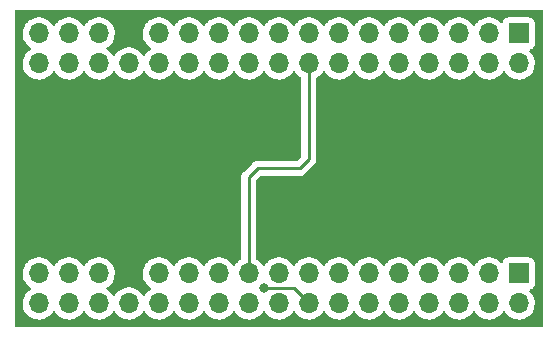
<source format=gbr>
%TF.GenerationSoftware,KiCad,Pcbnew,(6.0.7)*%
%TF.CreationDate,2022-08-10T20:47:25+10:00*%
%TF.ProjectId,Voodoo2SLI,566f6f64-6f6f-4325-934c-492e6b696361,rev?*%
%TF.SameCoordinates,Original*%
%TF.FileFunction,Copper,L1,Top*%
%TF.FilePolarity,Positive*%
%FSLAX46Y46*%
G04 Gerber Fmt 4.6, Leading zero omitted, Abs format (unit mm)*
G04 Created by KiCad (PCBNEW (6.0.7)) date 2022-08-10 20:47:25*
%MOMM*%
%LPD*%
G01*
G04 APERTURE LIST*
%TA.AperFunction,ComponentPad*%
%ADD10R,1.700000X1.700000*%
%TD*%
%TA.AperFunction,ComponentPad*%
%ADD11O,1.700000X1.700000*%
%TD*%
%TA.AperFunction,ViaPad*%
%ADD12C,0.800000*%
%TD*%
%TA.AperFunction,Conductor*%
%ADD13C,0.250000*%
%TD*%
G04 APERTURE END LIST*
D10*
%TO.P,J1,1*%
%TO.N,1*%
X167894000Y-96266000D03*
D11*
%TO.P,J1,2*%
%TO.N,2*%
X167894000Y-98806000D03*
%TO.P,J1,3*%
%TO.N,3*%
X165354000Y-96266000D03*
%TO.P,J1,4*%
%TO.N,4*%
X165354000Y-98806000D03*
%TO.P,J1,5*%
%TO.N,5*%
X162814000Y-96266000D03*
%TO.P,J1,6*%
%TO.N,6*%
X162814000Y-98806000D03*
%TO.P,J1,7*%
%TO.N,7*%
X160274000Y-96266000D03*
%TO.P,J1,8*%
%TO.N,8*%
X160274000Y-98806000D03*
%TO.P,J1,9*%
%TO.N,9*%
X157734000Y-96266000D03*
%TO.P,J1,10*%
%TO.N,10*%
X157734000Y-98806000D03*
%TO.P,J1,11*%
%TO.N,11*%
X155194000Y-96266000D03*
%TO.P,J1,12*%
%TO.N,12*%
X155194000Y-98806000D03*
%TO.P,J1,13*%
%TO.N,13*%
X152654000Y-96266000D03*
%TO.P,J1,14*%
%TO.N,14*%
X152654000Y-98806000D03*
%TO.P,J1,15*%
%TO.N,15*%
X150114000Y-96266000D03*
%TO.P,J1,16*%
%TO.N,16*%
X150114000Y-98806000D03*
%TO.P,J1,17*%
%TO.N,17*%
X147574000Y-96266000D03*
%TO.P,J1,18*%
%TO.N,18*%
X147574000Y-98806000D03*
%TO.P,J1,19*%
%TO.N,19*%
X145034000Y-96266000D03*
%TO.P,J1,20*%
%TO.N,20*%
X145034000Y-98806000D03*
%TO.P,J1,21*%
%TO.N,21*%
X142494000Y-96266000D03*
%TO.P,J1,22*%
%TO.N,22*%
X142494000Y-98806000D03*
%TO.P,J1,23*%
%TO.N,23*%
X139954000Y-96266000D03*
%TO.P,J1,24*%
%TO.N,24*%
X139954000Y-98806000D03*
%TO.P,J1,25*%
%TO.N,25*%
X137414000Y-96266000D03*
%TO.P,J1,26*%
%TO.N,26*%
X137414000Y-98806000D03*
%TO.P,J1,27*%
%TO.N,GND*%
X134874000Y-96266000D03*
%TO.P,J1,28*%
%TO.N,28*%
X134874000Y-98806000D03*
%TO.P,J1,29*%
%TO.N,29*%
X132334000Y-96266000D03*
%TO.P,J1,30*%
%TO.N,30*%
X132334000Y-98806000D03*
%TO.P,J1,31*%
%TO.N,31*%
X129794000Y-96266000D03*
%TO.P,J1,32*%
%TO.N,32*%
X129794000Y-98806000D03*
%TO.P,J1,33*%
%TO.N,33*%
X127254000Y-96266000D03*
%TO.P,J1,34*%
%TO.N,34*%
X127254000Y-98806000D03*
%TD*%
D10*
%TO.P,J2,1*%
%TO.N,1*%
X167894000Y-116586000D03*
D11*
%TO.P,J2,2*%
%TO.N,2*%
X167894000Y-119126000D03*
%TO.P,J2,3*%
%TO.N,3*%
X165354000Y-116586000D03*
%TO.P,J2,4*%
%TO.N,4*%
X165354000Y-119126000D03*
%TO.P,J2,5*%
%TO.N,5*%
X162814000Y-116586000D03*
%TO.P,J2,6*%
%TO.N,6*%
X162814000Y-119126000D03*
%TO.P,J2,7*%
%TO.N,7*%
X160274000Y-116586000D03*
%TO.P,J2,8*%
%TO.N,8*%
X160274000Y-119126000D03*
%TO.P,J2,9*%
%TO.N,9*%
X157734000Y-116586000D03*
%TO.P,J2,10*%
%TO.N,10*%
X157734000Y-119126000D03*
%TO.P,J2,11*%
%TO.N,11*%
X155194000Y-116586000D03*
%TO.P,J2,12*%
%TO.N,12*%
X155194000Y-119126000D03*
%TO.P,J2,13*%
%TO.N,13*%
X152654000Y-116586000D03*
%TO.P,J2,14*%
%TO.N,14*%
X152654000Y-119126000D03*
%TO.P,J2,15*%
%TO.N,15*%
X150114000Y-116586000D03*
%TO.P,J2,16*%
%TO.N,19*%
X150114000Y-119126000D03*
%TO.P,J2,17*%
%TO.N,18*%
X147574000Y-116586000D03*
%TO.P,J2,18*%
%TO.N,17*%
X147574000Y-119126000D03*
%TO.P,J2,19*%
%TO.N,16*%
X145034000Y-116586000D03*
%TO.P,J2,20*%
%TO.N,20*%
X145034000Y-119126000D03*
%TO.P,J2,21*%
%TO.N,21*%
X142494000Y-116586000D03*
%TO.P,J2,22*%
%TO.N,22*%
X142494000Y-119126000D03*
%TO.P,J2,23*%
%TO.N,23*%
X139954000Y-116586000D03*
%TO.P,J2,24*%
%TO.N,24*%
X139954000Y-119126000D03*
%TO.P,J2,25*%
%TO.N,25*%
X137414000Y-116586000D03*
%TO.P,J2,26*%
%TO.N,26*%
X137414000Y-119126000D03*
%TO.P,J2,27*%
%TO.N,GND*%
X134874000Y-116586000D03*
%TO.P,J2,28*%
%TO.N,28*%
X134874000Y-119126000D03*
%TO.P,J2,29*%
%TO.N,29*%
X132334000Y-116586000D03*
%TO.P,J2,30*%
%TO.N,30*%
X132334000Y-119126000D03*
%TO.P,J2,31*%
%TO.N,31*%
X129794000Y-116586000D03*
%TO.P,J2,32*%
%TO.N,32*%
X129794000Y-119126000D03*
%TO.P,J2,33*%
%TO.N,33*%
X127254000Y-116586000D03*
%TO.P,J2,34*%
%TO.N,34*%
X127254000Y-119126000D03*
%TD*%
D12*
%TO.N,19*%
X146304000Y-117856000D03*
%TD*%
D13*
%TO.N,19*%
X148844000Y-117856000D02*
X150114000Y-119126000D01*
X146304000Y-117856000D02*
X148844000Y-117856000D01*
%TO.N,16*%
X150114000Y-106172000D02*
X150114000Y-105918000D01*
X150114000Y-106934000D02*
X150114000Y-105918000D01*
X145796000Y-107696000D02*
X149352000Y-107696000D01*
X149352000Y-107696000D02*
X150114000Y-106934000D01*
X150114000Y-105918000D02*
X150114000Y-98806000D01*
X145034000Y-116586000D02*
X145034000Y-108458000D01*
X145034000Y-108458000D02*
X145796000Y-107696000D01*
X145034000Y-116586000D02*
X145034000Y-110236000D01*
%TD*%
%TA.AperFunction,Conductor*%
%TO.N,GND*%
G36*
X169867621Y-94254502D02*
G01*
X169914114Y-94308158D01*
X169925500Y-94360500D01*
X169925500Y-121031500D01*
X169905498Y-121099621D01*
X169851842Y-121146114D01*
X169799500Y-121157500D01*
X125348500Y-121157500D01*
X125280379Y-121137498D01*
X125233886Y-121083842D01*
X125222500Y-121031500D01*
X125222500Y-119092695D01*
X125891251Y-119092695D01*
X125891548Y-119097848D01*
X125891548Y-119097851D01*
X125897011Y-119192590D01*
X125904110Y-119315715D01*
X125905247Y-119320761D01*
X125905248Y-119320767D01*
X125925119Y-119408939D01*
X125953222Y-119533639D01*
X126037266Y-119740616D01*
X126088019Y-119823438D01*
X126151291Y-119926688D01*
X126153987Y-119931088D01*
X126300250Y-120099938D01*
X126472126Y-120242632D01*
X126665000Y-120355338D01*
X126873692Y-120435030D01*
X126878760Y-120436061D01*
X126878763Y-120436062D01*
X126986017Y-120457883D01*
X127092597Y-120479567D01*
X127097772Y-120479757D01*
X127097774Y-120479757D01*
X127310673Y-120487564D01*
X127310677Y-120487564D01*
X127315837Y-120487753D01*
X127320957Y-120487097D01*
X127320959Y-120487097D01*
X127532288Y-120460025D01*
X127532289Y-120460025D01*
X127537416Y-120459368D01*
X127542366Y-120457883D01*
X127746429Y-120396661D01*
X127746434Y-120396659D01*
X127751384Y-120395174D01*
X127951994Y-120296896D01*
X128133860Y-120167173D01*
X128292096Y-120009489D01*
X128351594Y-119926689D01*
X128422453Y-119828077D01*
X128423776Y-119829028D01*
X128470645Y-119785857D01*
X128540580Y-119773625D01*
X128606026Y-119801144D01*
X128633875Y-119832994D01*
X128693987Y-119931088D01*
X128840250Y-120099938D01*
X129012126Y-120242632D01*
X129205000Y-120355338D01*
X129413692Y-120435030D01*
X129418760Y-120436061D01*
X129418763Y-120436062D01*
X129526017Y-120457883D01*
X129632597Y-120479567D01*
X129637772Y-120479757D01*
X129637774Y-120479757D01*
X129850673Y-120487564D01*
X129850677Y-120487564D01*
X129855837Y-120487753D01*
X129860957Y-120487097D01*
X129860959Y-120487097D01*
X130072288Y-120460025D01*
X130072289Y-120460025D01*
X130077416Y-120459368D01*
X130082366Y-120457883D01*
X130286429Y-120396661D01*
X130286434Y-120396659D01*
X130291384Y-120395174D01*
X130491994Y-120296896D01*
X130673860Y-120167173D01*
X130832096Y-120009489D01*
X130891594Y-119926689D01*
X130962453Y-119828077D01*
X130963776Y-119829028D01*
X131010645Y-119785857D01*
X131080580Y-119773625D01*
X131146026Y-119801144D01*
X131173875Y-119832994D01*
X131233987Y-119931088D01*
X131380250Y-120099938D01*
X131552126Y-120242632D01*
X131745000Y-120355338D01*
X131953692Y-120435030D01*
X131958760Y-120436061D01*
X131958763Y-120436062D01*
X132066017Y-120457883D01*
X132172597Y-120479567D01*
X132177772Y-120479757D01*
X132177774Y-120479757D01*
X132390673Y-120487564D01*
X132390677Y-120487564D01*
X132395837Y-120487753D01*
X132400957Y-120487097D01*
X132400959Y-120487097D01*
X132612288Y-120460025D01*
X132612289Y-120460025D01*
X132617416Y-120459368D01*
X132622366Y-120457883D01*
X132826429Y-120396661D01*
X132826434Y-120396659D01*
X132831384Y-120395174D01*
X133031994Y-120296896D01*
X133213860Y-120167173D01*
X133372096Y-120009489D01*
X133431594Y-119926689D01*
X133502453Y-119828077D01*
X133503776Y-119829028D01*
X133550645Y-119785857D01*
X133620580Y-119773625D01*
X133686026Y-119801144D01*
X133713875Y-119832994D01*
X133773987Y-119931088D01*
X133920250Y-120099938D01*
X134092126Y-120242632D01*
X134285000Y-120355338D01*
X134493692Y-120435030D01*
X134498760Y-120436061D01*
X134498763Y-120436062D01*
X134606017Y-120457883D01*
X134712597Y-120479567D01*
X134717772Y-120479757D01*
X134717774Y-120479757D01*
X134930673Y-120487564D01*
X134930677Y-120487564D01*
X134935837Y-120487753D01*
X134940957Y-120487097D01*
X134940959Y-120487097D01*
X135152288Y-120460025D01*
X135152289Y-120460025D01*
X135157416Y-120459368D01*
X135162366Y-120457883D01*
X135366429Y-120396661D01*
X135366434Y-120396659D01*
X135371384Y-120395174D01*
X135571994Y-120296896D01*
X135753860Y-120167173D01*
X135912096Y-120009489D01*
X135971594Y-119926689D01*
X136042453Y-119828077D01*
X136043776Y-119829028D01*
X136090645Y-119785857D01*
X136160580Y-119773625D01*
X136226026Y-119801144D01*
X136253875Y-119832994D01*
X136313987Y-119931088D01*
X136460250Y-120099938D01*
X136632126Y-120242632D01*
X136825000Y-120355338D01*
X137033692Y-120435030D01*
X137038760Y-120436061D01*
X137038763Y-120436062D01*
X137146017Y-120457883D01*
X137252597Y-120479567D01*
X137257772Y-120479757D01*
X137257774Y-120479757D01*
X137470673Y-120487564D01*
X137470677Y-120487564D01*
X137475837Y-120487753D01*
X137480957Y-120487097D01*
X137480959Y-120487097D01*
X137692288Y-120460025D01*
X137692289Y-120460025D01*
X137697416Y-120459368D01*
X137702366Y-120457883D01*
X137906429Y-120396661D01*
X137906434Y-120396659D01*
X137911384Y-120395174D01*
X138111994Y-120296896D01*
X138293860Y-120167173D01*
X138452096Y-120009489D01*
X138511594Y-119926689D01*
X138582453Y-119828077D01*
X138583776Y-119829028D01*
X138630645Y-119785857D01*
X138700580Y-119773625D01*
X138766026Y-119801144D01*
X138793875Y-119832994D01*
X138853987Y-119931088D01*
X139000250Y-120099938D01*
X139172126Y-120242632D01*
X139365000Y-120355338D01*
X139573692Y-120435030D01*
X139578760Y-120436061D01*
X139578763Y-120436062D01*
X139686017Y-120457883D01*
X139792597Y-120479567D01*
X139797772Y-120479757D01*
X139797774Y-120479757D01*
X140010673Y-120487564D01*
X140010677Y-120487564D01*
X140015837Y-120487753D01*
X140020957Y-120487097D01*
X140020959Y-120487097D01*
X140232288Y-120460025D01*
X140232289Y-120460025D01*
X140237416Y-120459368D01*
X140242366Y-120457883D01*
X140446429Y-120396661D01*
X140446434Y-120396659D01*
X140451384Y-120395174D01*
X140651994Y-120296896D01*
X140833860Y-120167173D01*
X140992096Y-120009489D01*
X141051594Y-119926689D01*
X141122453Y-119828077D01*
X141123776Y-119829028D01*
X141170645Y-119785857D01*
X141240580Y-119773625D01*
X141306026Y-119801144D01*
X141333875Y-119832994D01*
X141393987Y-119931088D01*
X141540250Y-120099938D01*
X141712126Y-120242632D01*
X141905000Y-120355338D01*
X142113692Y-120435030D01*
X142118760Y-120436061D01*
X142118763Y-120436062D01*
X142226017Y-120457883D01*
X142332597Y-120479567D01*
X142337772Y-120479757D01*
X142337774Y-120479757D01*
X142550673Y-120487564D01*
X142550677Y-120487564D01*
X142555837Y-120487753D01*
X142560957Y-120487097D01*
X142560959Y-120487097D01*
X142772288Y-120460025D01*
X142772289Y-120460025D01*
X142777416Y-120459368D01*
X142782366Y-120457883D01*
X142986429Y-120396661D01*
X142986434Y-120396659D01*
X142991384Y-120395174D01*
X143191994Y-120296896D01*
X143373860Y-120167173D01*
X143532096Y-120009489D01*
X143591594Y-119926689D01*
X143662453Y-119828077D01*
X143663776Y-119829028D01*
X143710645Y-119785857D01*
X143780580Y-119773625D01*
X143846026Y-119801144D01*
X143873875Y-119832994D01*
X143933987Y-119931088D01*
X144080250Y-120099938D01*
X144252126Y-120242632D01*
X144445000Y-120355338D01*
X144653692Y-120435030D01*
X144658760Y-120436061D01*
X144658763Y-120436062D01*
X144766017Y-120457883D01*
X144872597Y-120479567D01*
X144877772Y-120479757D01*
X144877774Y-120479757D01*
X145090673Y-120487564D01*
X145090677Y-120487564D01*
X145095837Y-120487753D01*
X145100957Y-120487097D01*
X145100959Y-120487097D01*
X145312288Y-120460025D01*
X145312289Y-120460025D01*
X145317416Y-120459368D01*
X145322366Y-120457883D01*
X145526429Y-120396661D01*
X145526434Y-120396659D01*
X145531384Y-120395174D01*
X145731994Y-120296896D01*
X145913860Y-120167173D01*
X146072096Y-120009489D01*
X146131594Y-119926689D01*
X146202453Y-119828077D01*
X146203776Y-119829028D01*
X146250645Y-119785857D01*
X146320580Y-119773625D01*
X146386026Y-119801144D01*
X146413875Y-119832994D01*
X146473987Y-119931088D01*
X146620250Y-120099938D01*
X146792126Y-120242632D01*
X146985000Y-120355338D01*
X147193692Y-120435030D01*
X147198760Y-120436061D01*
X147198763Y-120436062D01*
X147306017Y-120457883D01*
X147412597Y-120479567D01*
X147417772Y-120479757D01*
X147417774Y-120479757D01*
X147630673Y-120487564D01*
X147630677Y-120487564D01*
X147635837Y-120487753D01*
X147640957Y-120487097D01*
X147640959Y-120487097D01*
X147852288Y-120460025D01*
X147852289Y-120460025D01*
X147857416Y-120459368D01*
X147862366Y-120457883D01*
X148066429Y-120396661D01*
X148066434Y-120396659D01*
X148071384Y-120395174D01*
X148271994Y-120296896D01*
X148453860Y-120167173D01*
X148612096Y-120009489D01*
X148671594Y-119926689D01*
X148742453Y-119828077D01*
X148743776Y-119829028D01*
X148790645Y-119785857D01*
X148860580Y-119773625D01*
X148926026Y-119801144D01*
X148953875Y-119832994D01*
X149013987Y-119931088D01*
X149160250Y-120099938D01*
X149332126Y-120242632D01*
X149525000Y-120355338D01*
X149733692Y-120435030D01*
X149738760Y-120436061D01*
X149738763Y-120436062D01*
X149846017Y-120457883D01*
X149952597Y-120479567D01*
X149957772Y-120479757D01*
X149957774Y-120479757D01*
X150170673Y-120487564D01*
X150170677Y-120487564D01*
X150175837Y-120487753D01*
X150180957Y-120487097D01*
X150180959Y-120487097D01*
X150392288Y-120460025D01*
X150392289Y-120460025D01*
X150397416Y-120459368D01*
X150402366Y-120457883D01*
X150606429Y-120396661D01*
X150606434Y-120396659D01*
X150611384Y-120395174D01*
X150811994Y-120296896D01*
X150993860Y-120167173D01*
X151152096Y-120009489D01*
X151211594Y-119926689D01*
X151282453Y-119828077D01*
X151283776Y-119829028D01*
X151330645Y-119785857D01*
X151400580Y-119773625D01*
X151466026Y-119801144D01*
X151493875Y-119832994D01*
X151553987Y-119931088D01*
X151700250Y-120099938D01*
X151872126Y-120242632D01*
X152065000Y-120355338D01*
X152273692Y-120435030D01*
X152278760Y-120436061D01*
X152278763Y-120436062D01*
X152386017Y-120457883D01*
X152492597Y-120479567D01*
X152497772Y-120479757D01*
X152497774Y-120479757D01*
X152710673Y-120487564D01*
X152710677Y-120487564D01*
X152715837Y-120487753D01*
X152720957Y-120487097D01*
X152720959Y-120487097D01*
X152932288Y-120460025D01*
X152932289Y-120460025D01*
X152937416Y-120459368D01*
X152942366Y-120457883D01*
X153146429Y-120396661D01*
X153146434Y-120396659D01*
X153151384Y-120395174D01*
X153351994Y-120296896D01*
X153533860Y-120167173D01*
X153692096Y-120009489D01*
X153751594Y-119926689D01*
X153822453Y-119828077D01*
X153823776Y-119829028D01*
X153870645Y-119785857D01*
X153940580Y-119773625D01*
X154006026Y-119801144D01*
X154033875Y-119832994D01*
X154093987Y-119931088D01*
X154240250Y-120099938D01*
X154412126Y-120242632D01*
X154605000Y-120355338D01*
X154813692Y-120435030D01*
X154818760Y-120436061D01*
X154818763Y-120436062D01*
X154926017Y-120457883D01*
X155032597Y-120479567D01*
X155037772Y-120479757D01*
X155037774Y-120479757D01*
X155250673Y-120487564D01*
X155250677Y-120487564D01*
X155255837Y-120487753D01*
X155260957Y-120487097D01*
X155260959Y-120487097D01*
X155472288Y-120460025D01*
X155472289Y-120460025D01*
X155477416Y-120459368D01*
X155482366Y-120457883D01*
X155686429Y-120396661D01*
X155686434Y-120396659D01*
X155691384Y-120395174D01*
X155891994Y-120296896D01*
X156073860Y-120167173D01*
X156232096Y-120009489D01*
X156291594Y-119926689D01*
X156362453Y-119828077D01*
X156363776Y-119829028D01*
X156410645Y-119785857D01*
X156480580Y-119773625D01*
X156546026Y-119801144D01*
X156573875Y-119832994D01*
X156633987Y-119931088D01*
X156780250Y-120099938D01*
X156952126Y-120242632D01*
X157145000Y-120355338D01*
X157353692Y-120435030D01*
X157358760Y-120436061D01*
X157358763Y-120436062D01*
X157466017Y-120457883D01*
X157572597Y-120479567D01*
X157577772Y-120479757D01*
X157577774Y-120479757D01*
X157790673Y-120487564D01*
X157790677Y-120487564D01*
X157795837Y-120487753D01*
X157800957Y-120487097D01*
X157800959Y-120487097D01*
X158012288Y-120460025D01*
X158012289Y-120460025D01*
X158017416Y-120459368D01*
X158022366Y-120457883D01*
X158226429Y-120396661D01*
X158226434Y-120396659D01*
X158231384Y-120395174D01*
X158431994Y-120296896D01*
X158613860Y-120167173D01*
X158772096Y-120009489D01*
X158831594Y-119926689D01*
X158902453Y-119828077D01*
X158903776Y-119829028D01*
X158950645Y-119785857D01*
X159020580Y-119773625D01*
X159086026Y-119801144D01*
X159113875Y-119832994D01*
X159173987Y-119931088D01*
X159320250Y-120099938D01*
X159492126Y-120242632D01*
X159685000Y-120355338D01*
X159893692Y-120435030D01*
X159898760Y-120436061D01*
X159898763Y-120436062D01*
X160006017Y-120457883D01*
X160112597Y-120479567D01*
X160117772Y-120479757D01*
X160117774Y-120479757D01*
X160330673Y-120487564D01*
X160330677Y-120487564D01*
X160335837Y-120487753D01*
X160340957Y-120487097D01*
X160340959Y-120487097D01*
X160552288Y-120460025D01*
X160552289Y-120460025D01*
X160557416Y-120459368D01*
X160562366Y-120457883D01*
X160766429Y-120396661D01*
X160766434Y-120396659D01*
X160771384Y-120395174D01*
X160971994Y-120296896D01*
X161153860Y-120167173D01*
X161312096Y-120009489D01*
X161371594Y-119926689D01*
X161442453Y-119828077D01*
X161443776Y-119829028D01*
X161490645Y-119785857D01*
X161560580Y-119773625D01*
X161626026Y-119801144D01*
X161653875Y-119832994D01*
X161713987Y-119931088D01*
X161860250Y-120099938D01*
X162032126Y-120242632D01*
X162225000Y-120355338D01*
X162433692Y-120435030D01*
X162438760Y-120436061D01*
X162438763Y-120436062D01*
X162546017Y-120457883D01*
X162652597Y-120479567D01*
X162657772Y-120479757D01*
X162657774Y-120479757D01*
X162870673Y-120487564D01*
X162870677Y-120487564D01*
X162875837Y-120487753D01*
X162880957Y-120487097D01*
X162880959Y-120487097D01*
X163092288Y-120460025D01*
X163092289Y-120460025D01*
X163097416Y-120459368D01*
X163102366Y-120457883D01*
X163306429Y-120396661D01*
X163306434Y-120396659D01*
X163311384Y-120395174D01*
X163511994Y-120296896D01*
X163693860Y-120167173D01*
X163852096Y-120009489D01*
X163911594Y-119926689D01*
X163982453Y-119828077D01*
X163983776Y-119829028D01*
X164030645Y-119785857D01*
X164100580Y-119773625D01*
X164166026Y-119801144D01*
X164193875Y-119832994D01*
X164253987Y-119931088D01*
X164400250Y-120099938D01*
X164572126Y-120242632D01*
X164765000Y-120355338D01*
X164973692Y-120435030D01*
X164978760Y-120436061D01*
X164978763Y-120436062D01*
X165086017Y-120457883D01*
X165192597Y-120479567D01*
X165197772Y-120479757D01*
X165197774Y-120479757D01*
X165410673Y-120487564D01*
X165410677Y-120487564D01*
X165415837Y-120487753D01*
X165420957Y-120487097D01*
X165420959Y-120487097D01*
X165632288Y-120460025D01*
X165632289Y-120460025D01*
X165637416Y-120459368D01*
X165642366Y-120457883D01*
X165846429Y-120396661D01*
X165846434Y-120396659D01*
X165851384Y-120395174D01*
X166051994Y-120296896D01*
X166233860Y-120167173D01*
X166392096Y-120009489D01*
X166451594Y-119926689D01*
X166522453Y-119828077D01*
X166523776Y-119829028D01*
X166570645Y-119785857D01*
X166640580Y-119773625D01*
X166706026Y-119801144D01*
X166733875Y-119832994D01*
X166793987Y-119931088D01*
X166940250Y-120099938D01*
X167112126Y-120242632D01*
X167305000Y-120355338D01*
X167513692Y-120435030D01*
X167518760Y-120436061D01*
X167518763Y-120436062D01*
X167626017Y-120457883D01*
X167732597Y-120479567D01*
X167737772Y-120479757D01*
X167737774Y-120479757D01*
X167950673Y-120487564D01*
X167950677Y-120487564D01*
X167955837Y-120487753D01*
X167960957Y-120487097D01*
X167960959Y-120487097D01*
X168172288Y-120460025D01*
X168172289Y-120460025D01*
X168177416Y-120459368D01*
X168182366Y-120457883D01*
X168386429Y-120396661D01*
X168386434Y-120396659D01*
X168391384Y-120395174D01*
X168591994Y-120296896D01*
X168773860Y-120167173D01*
X168932096Y-120009489D01*
X168991594Y-119926689D01*
X169059435Y-119832277D01*
X169062453Y-119828077D01*
X169083320Y-119785857D01*
X169159136Y-119632453D01*
X169159137Y-119632451D01*
X169161430Y-119627811D01*
X169226370Y-119414069D01*
X169255529Y-119192590D01*
X169257156Y-119126000D01*
X169238852Y-118903361D01*
X169184431Y-118686702D01*
X169095354Y-118481840D01*
X168974014Y-118294277D01*
X168970532Y-118290450D01*
X168826798Y-118132488D01*
X168795746Y-118068642D01*
X168804141Y-117998143D01*
X168849317Y-117943375D01*
X168875761Y-117929706D01*
X168982297Y-117889767D01*
X168990705Y-117886615D01*
X169107261Y-117799261D01*
X169194615Y-117682705D01*
X169245745Y-117546316D01*
X169252500Y-117484134D01*
X169252500Y-115687866D01*
X169245745Y-115625684D01*
X169194615Y-115489295D01*
X169107261Y-115372739D01*
X168990705Y-115285385D01*
X168854316Y-115234255D01*
X168792134Y-115227500D01*
X166995866Y-115227500D01*
X166933684Y-115234255D01*
X166797295Y-115285385D01*
X166680739Y-115372739D01*
X166593385Y-115489295D01*
X166590233Y-115497703D01*
X166548919Y-115607907D01*
X166506277Y-115664671D01*
X166439716Y-115689371D01*
X166370367Y-115674163D01*
X166337743Y-115648476D01*
X166287151Y-115592875D01*
X166287142Y-115592866D01*
X166283670Y-115589051D01*
X166279619Y-115585852D01*
X166279615Y-115585848D01*
X166112414Y-115453800D01*
X166112410Y-115453798D01*
X166108359Y-115450598D01*
X166103831Y-115448098D01*
X165987988Y-115384150D01*
X165912789Y-115342638D01*
X165907920Y-115340914D01*
X165907916Y-115340912D01*
X165707087Y-115269795D01*
X165707083Y-115269794D01*
X165702212Y-115268069D01*
X165697119Y-115267162D01*
X165697116Y-115267161D01*
X165487373Y-115229800D01*
X165487367Y-115229799D01*
X165482284Y-115228894D01*
X165408452Y-115227992D01*
X165264081Y-115226228D01*
X165264079Y-115226228D01*
X165258911Y-115226165D01*
X165038091Y-115259955D01*
X164825756Y-115329357D01*
X164795443Y-115345137D01*
X164651975Y-115419822D01*
X164627607Y-115432507D01*
X164623474Y-115435610D01*
X164623471Y-115435612D01*
X164453100Y-115563530D01*
X164448965Y-115566635D01*
X164409525Y-115607907D01*
X164355280Y-115664671D01*
X164294629Y-115728138D01*
X164187201Y-115885621D01*
X164132293Y-115930621D01*
X164061768Y-115938792D01*
X163998021Y-115907538D01*
X163977324Y-115883054D01*
X163896822Y-115758617D01*
X163896820Y-115758614D01*
X163894014Y-115754277D01*
X163743670Y-115589051D01*
X163739619Y-115585852D01*
X163739615Y-115585848D01*
X163572414Y-115453800D01*
X163572410Y-115453798D01*
X163568359Y-115450598D01*
X163563831Y-115448098D01*
X163447988Y-115384150D01*
X163372789Y-115342638D01*
X163367920Y-115340914D01*
X163367916Y-115340912D01*
X163167087Y-115269795D01*
X163167083Y-115269794D01*
X163162212Y-115268069D01*
X163157119Y-115267162D01*
X163157116Y-115267161D01*
X162947373Y-115229800D01*
X162947367Y-115229799D01*
X162942284Y-115228894D01*
X162868452Y-115227992D01*
X162724081Y-115226228D01*
X162724079Y-115226228D01*
X162718911Y-115226165D01*
X162498091Y-115259955D01*
X162285756Y-115329357D01*
X162255443Y-115345137D01*
X162111975Y-115419822D01*
X162087607Y-115432507D01*
X162083474Y-115435610D01*
X162083471Y-115435612D01*
X161913100Y-115563530D01*
X161908965Y-115566635D01*
X161869525Y-115607907D01*
X161815280Y-115664671D01*
X161754629Y-115728138D01*
X161647201Y-115885621D01*
X161592293Y-115930621D01*
X161521768Y-115938792D01*
X161458021Y-115907538D01*
X161437324Y-115883054D01*
X161356822Y-115758617D01*
X161356820Y-115758614D01*
X161354014Y-115754277D01*
X161203670Y-115589051D01*
X161199619Y-115585852D01*
X161199615Y-115585848D01*
X161032414Y-115453800D01*
X161032410Y-115453798D01*
X161028359Y-115450598D01*
X161023831Y-115448098D01*
X160907988Y-115384150D01*
X160832789Y-115342638D01*
X160827920Y-115340914D01*
X160827916Y-115340912D01*
X160627087Y-115269795D01*
X160627083Y-115269794D01*
X160622212Y-115268069D01*
X160617119Y-115267162D01*
X160617116Y-115267161D01*
X160407373Y-115229800D01*
X160407367Y-115229799D01*
X160402284Y-115228894D01*
X160328452Y-115227992D01*
X160184081Y-115226228D01*
X160184079Y-115226228D01*
X160178911Y-115226165D01*
X159958091Y-115259955D01*
X159745756Y-115329357D01*
X159715443Y-115345137D01*
X159571975Y-115419822D01*
X159547607Y-115432507D01*
X159543474Y-115435610D01*
X159543471Y-115435612D01*
X159373100Y-115563530D01*
X159368965Y-115566635D01*
X159329525Y-115607907D01*
X159275280Y-115664671D01*
X159214629Y-115728138D01*
X159107201Y-115885621D01*
X159052293Y-115930621D01*
X158981768Y-115938792D01*
X158918021Y-115907538D01*
X158897324Y-115883054D01*
X158816822Y-115758617D01*
X158816820Y-115758614D01*
X158814014Y-115754277D01*
X158663670Y-115589051D01*
X158659619Y-115585852D01*
X158659615Y-115585848D01*
X158492414Y-115453800D01*
X158492410Y-115453798D01*
X158488359Y-115450598D01*
X158483831Y-115448098D01*
X158367988Y-115384150D01*
X158292789Y-115342638D01*
X158287920Y-115340914D01*
X158287916Y-115340912D01*
X158087087Y-115269795D01*
X158087083Y-115269794D01*
X158082212Y-115268069D01*
X158077119Y-115267162D01*
X158077116Y-115267161D01*
X157867373Y-115229800D01*
X157867367Y-115229799D01*
X157862284Y-115228894D01*
X157788452Y-115227992D01*
X157644081Y-115226228D01*
X157644079Y-115226228D01*
X157638911Y-115226165D01*
X157418091Y-115259955D01*
X157205756Y-115329357D01*
X157175443Y-115345137D01*
X157031975Y-115419822D01*
X157007607Y-115432507D01*
X157003474Y-115435610D01*
X157003471Y-115435612D01*
X156833100Y-115563530D01*
X156828965Y-115566635D01*
X156789525Y-115607907D01*
X156735280Y-115664671D01*
X156674629Y-115728138D01*
X156567201Y-115885621D01*
X156512293Y-115930621D01*
X156441768Y-115938792D01*
X156378021Y-115907538D01*
X156357324Y-115883054D01*
X156276822Y-115758617D01*
X156276820Y-115758614D01*
X156274014Y-115754277D01*
X156123670Y-115589051D01*
X156119619Y-115585852D01*
X156119615Y-115585848D01*
X155952414Y-115453800D01*
X155952410Y-115453798D01*
X155948359Y-115450598D01*
X155943831Y-115448098D01*
X155827988Y-115384150D01*
X155752789Y-115342638D01*
X155747920Y-115340914D01*
X155747916Y-115340912D01*
X155547087Y-115269795D01*
X155547083Y-115269794D01*
X155542212Y-115268069D01*
X155537119Y-115267162D01*
X155537116Y-115267161D01*
X155327373Y-115229800D01*
X155327367Y-115229799D01*
X155322284Y-115228894D01*
X155248452Y-115227992D01*
X155104081Y-115226228D01*
X155104079Y-115226228D01*
X155098911Y-115226165D01*
X154878091Y-115259955D01*
X154665756Y-115329357D01*
X154635443Y-115345137D01*
X154491975Y-115419822D01*
X154467607Y-115432507D01*
X154463474Y-115435610D01*
X154463471Y-115435612D01*
X154293100Y-115563530D01*
X154288965Y-115566635D01*
X154249525Y-115607907D01*
X154195280Y-115664671D01*
X154134629Y-115728138D01*
X154027201Y-115885621D01*
X153972293Y-115930621D01*
X153901768Y-115938792D01*
X153838021Y-115907538D01*
X153817324Y-115883054D01*
X153736822Y-115758617D01*
X153736820Y-115758614D01*
X153734014Y-115754277D01*
X153583670Y-115589051D01*
X153579619Y-115585852D01*
X153579615Y-115585848D01*
X153412414Y-115453800D01*
X153412410Y-115453798D01*
X153408359Y-115450598D01*
X153403831Y-115448098D01*
X153287988Y-115384150D01*
X153212789Y-115342638D01*
X153207920Y-115340914D01*
X153207916Y-115340912D01*
X153007087Y-115269795D01*
X153007083Y-115269794D01*
X153002212Y-115268069D01*
X152997119Y-115267162D01*
X152997116Y-115267161D01*
X152787373Y-115229800D01*
X152787367Y-115229799D01*
X152782284Y-115228894D01*
X152708452Y-115227992D01*
X152564081Y-115226228D01*
X152564079Y-115226228D01*
X152558911Y-115226165D01*
X152338091Y-115259955D01*
X152125756Y-115329357D01*
X152095443Y-115345137D01*
X151951975Y-115419822D01*
X151927607Y-115432507D01*
X151923474Y-115435610D01*
X151923471Y-115435612D01*
X151753100Y-115563530D01*
X151748965Y-115566635D01*
X151709525Y-115607907D01*
X151655280Y-115664671D01*
X151594629Y-115728138D01*
X151487201Y-115885621D01*
X151432293Y-115930621D01*
X151361768Y-115938792D01*
X151298021Y-115907538D01*
X151277324Y-115883054D01*
X151196822Y-115758617D01*
X151196820Y-115758614D01*
X151194014Y-115754277D01*
X151043670Y-115589051D01*
X151039619Y-115585852D01*
X151039615Y-115585848D01*
X150872414Y-115453800D01*
X150872410Y-115453798D01*
X150868359Y-115450598D01*
X150863831Y-115448098D01*
X150747988Y-115384150D01*
X150672789Y-115342638D01*
X150667920Y-115340914D01*
X150667916Y-115340912D01*
X150467087Y-115269795D01*
X150467083Y-115269794D01*
X150462212Y-115268069D01*
X150457119Y-115267162D01*
X150457116Y-115267161D01*
X150247373Y-115229800D01*
X150247367Y-115229799D01*
X150242284Y-115228894D01*
X150168452Y-115227992D01*
X150024081Y-115226228D01*
X150024079Y-115226228D01*
X150018911Y-115226165D01*
X149798091Y-115259955D01*
X149585756Y-115329357D01*
X149555443Y-115345137D01*
X149411975Y-115419822D01*
X149387607Y-115432507D01*
X149383474Y-115435610D01*
X149383471Y-115435612D01*
X149213100Y-115563530D01*
X149208965Y-115566635D01*
X149169525Y-115607907D01*
X149115280Y-115664671D01*
X149054629Y-115728138D01*
X148947201Y-115885621D01*
X148892293Y-115930621D01*
X148821768Y-115938792D01*
X148758021Y-115907538D01*
X148737324Y-115883054D01*
X148656822Y-115758617D01*
X148656820Y-115758614D01*
X148654014Y-115754277D01*
X148503670Y-115589051D01*
X148499619Y-115585852D01*
X148499615Y-115585848D01*
X148332414Y-115453800D01*
X148332410Y-115453798D01*
X148328359Y-115450598D01*
X148323831Y-115448098D01*
X148207988Y-115384150D01*
X148132789Y-115342638D01*
X148127920Y-115340914D01*
X148127916Y-115340912D01*
X147927087Y-115269795D01*
X147927083Y-115269794D01*
X147922212Y-115268069D01*
X147917119Y-115267162D01*
X147917116Y-115267161D01*
X147707373Y-115229800D01*
X147707367Y-115229799D01*
X147702284Y-115228894D01*
X147628452Y-115227992D01*
X147484081Y-115226228D01*
X147484079Y-115226228D01*
X147478911Y-115226165D01*
X147258091Y-115259955D01*
X147045756Y-115329357D01*
X147015443Y-115345137D01*
X146871975Y-115419822D01*
X146847607Y-115432507D01*
X146843474Y-115435610D01*
X146843471Y-115435612D01*
X146673100Y-115563530D01*
X146668965Y-115566635D01*
X146629525Y-115607907D01*
X146575280Y-115664671D01*
X146514629Y-115728138D01*
X146407201Y-115885621D01*
X146352293Y-115930621D01*
X146281768Y-115938792D01*
X146218021Y-115907538D01*
X146197324Y-115883054D01*
X146116822Y-115758617D01*
X146116820Y-115758614D01*
X146114014Y-115754277D01*
X145963670Y-115589051D01*
X145959619Y-115585852D01*
X145959615Y-115585848D01*
X145792414Y-115453800D01*
X145792410Y-115453798D01*
X145788359Y-115450598D01*
X145783835Y-115448101D01*
X145783831Y-115448098D01*
X145732608Y-115419822D01*
X145682636Y-115369390D01*
X145667500Y-115309513D01*
X145667500Y-108772595D01*
X145687502Y-108704474D01*
X145704405Y-108683499D01*
X146021501Y-108366404D01*
X146083813Y-108332379D01*
X146110596Y-108329500D01*
X149273233Y-108329500D01*
X149284416Y-108330027D01*
X149291909Y-108331702D01*
X149299835Y-108331453D01*
X149299836Y-108331453D01*
X149359986Y-108329562D01*
X149363945Y-108329500D01*
X149391856Y-108329500D01*
X149395791Y-108329003D01*
X149395856Y-108328995D01*
X149407693Y-108328062D01*
X149439951Y-108327048D01*
X149443970Y-108326922D01*
X149451889Y-108326673D01*
X149471343Y-108321021D01*
X149490700Y-108317013D01*
X149502930Y-108315468D01*
X149502931Y-108315468D01*
X149510797Y-108314474D01*
X149518168Y-108311555D01*
X149518170Y-108311555D01*
X149551912Y-108298196D01*
X149563142Y-108294351D01*
X149597983Y-108284229D01*
X149597984Y-108284229D01*
X149605593Y-108282018D01*
X149612412Y-108277985D01*
X149612417Y-108277983D01*
X149623028Y-108271707D01*
X149640776Y-108263012D01*
X149659617Y-108255552D01*
X149677497Y-108242562D01*
X149695387Y-108229564D01*
X149705307Y-108223048D01*
X149736535Y-108204580D01*
X149736538Y-108204578D01*
X149743362Y-108200542D01*
X149757683Y-108186221D01*
X149772717Y-108173380D01*
X149782693Y-108166132D01*
X149789107Y-108161472D01*
X149817288Y-108127407D01*
X149825278Y-108118626D01*
X150506258Y-107437647D01*
X150514537Y-107430113D01*
X150521018Y-107426000D01*
X150567644Y-107376348D01*
X150570398Y-107373507D01*
X150590135Y-107353770D01*
X150592615Y-107350573D01*
X150600320Y-107341551D01*
X150625159Y-107315100D01*
X150630586Y-107309321D01*
X150634405Y-107302375D01*
X150634407Y-107302372D01*
X150640348Y-107291566D01*
X150651199Y-107275047D01*
X150658758Y-107265301D01*
X150663614Y-107259041D01*
X150666759Y-107251772D01*
X150666762Y-107251768D01*
X150681174Y-107218463D01*
X150686391Y-107207813D01*
X150707695Y-107169060D01*
X150712733Y-107149437D01*
X150719137Y-107130734D01*
X150724033Y-107119420D01*
X150724033Y-107119419D01*
X150727181Y-107112145D01*
X150728420Y-107104322D01*
X150728423Y-107104312D01*
X150734099Y-107068476D01*
X150736505Y-107056856D01*
X150745528Y-107021711D01*
X150745528Y-107021710D01*
X150747500Y-107014030D01*
X150747500Y-106993776D01*
X150749051Y-106974065D01*
X150750980Y-106961886D01*
X150752220Y-106954057D01*
X150748059Y-106910038D01*
X150747500Y-106898181D01*
X150747500Y-100086427D01*
X150767502Y-100018306D01*
X150808618Y-99978550D01*
X150811994Y-99976896D01*
X150993860Y-99847173D01*
X151152096Y-99689489D01*
X151211594Y-99606689D01*
X151282453Y-99508077D01*
X151283776Y-99509028D01*
X151330645Y-99465857D01*
X151400580Y-99453625D01*
X151466026Y-99481144D01*
X151493875Y-99512994D01*
X151553987Y-99611088D01*
X151700250Y-99779938D01*
X151872126Y-99922632D01*
X152065000Y-100035338D01*
X152273692Y-100115030D01*
X152278760Y-100116061D01*
X152278763Y-100116062D01*
X152386017Y-100137883D01*
X152492597Y-100159567D01*
X152497772Y-100159757D01*
X152497774Y-100159757D01*
X152710673Y-100167564D01*
X152710677Y-100167564D01*
X152715837Y-100167753D01*
X152720957Y-100167097D01*
X152720959Y-100167097D01*
X152932288Y-100140025D01*
X152932289Y-100140025D01*
X152937416Y-100139368D01*
X152942366Y-100137883D01*
X153146429Y-100076661D01*
X153146434Y-100076659D01*
X153151384Y-100075174D01*
X153351994Y-99976896D01*
X153533860Y-99847173D01*
X153692096Y-99689489D01*
X153751594Y-99606689D01*
X153822453Y-99508077D01*
X153823776Y-99509028D01*
X153870645Y-99465857D01*
X153940580Y-99453625D01*
X154006026Y-99481144D01*
X154033875Y-99512994D01*
X154093987Y-99611088D01*
X154240250Y-99779938D01*
X154412126Y-99922632D01*
X154605000Y-100035338D01*
X154813692Y-100115030D01*
X154818760Y-100116061D01*
X154818763Y-100116062D01*
X154926017Y-100137883D01*
X155032597Y-100159567D01*
X155037772Y-100159757D01*
X155037774Y-100159757D01*
X155250673Y-100167564D01*
X155250677Y-100167564D01*
X155255837Y-100167753D01*
X155260957Y-100167097D01*
X155260959Y-100167097D01*
X155472288Y-100140025D01*
X155472289Y-100140025D01*
X155477416Y-100139368D01*
X155482366Y-100137883D01*
X155686429Y-100076661D01*
X155686434Y-100076659D01*
X155691384Y-100075174D01*
X155891994Y-99976896D01*
X156073860Y-99847173D01*
X156232096Y-99689489D01*
X156291594Y-99606689D01*
X156362453Y-99508077D01*
X156363776Y-99509028D01*
X156410645Y-99465857D01*
X156480580Y-99453625D01*
X156546026Y-99481144D01*
X156573875Y-99512994D01*
X156633987Y-99611088D01*
X156780250Y-99779938D01*
X156952126Y-99922632D01*
X157145000Y-100035338D01*
X157353692Y-100115030D01*
X157358760Y-100116061D01*
X157358763Y-100116062D01*
X157466017Y-100137883D01*
X157572597Y-100159567D01*
X157577772Y-100159757D01*
X157577774Y-100159757D01*
X157790673Y-100167564D01*
X157790677Y-100167564D01*
X157795837Y-100167753D01*
X157800957Y-100167097D01*
X157800959Y-100167097D01*
X158012288Y-100140025D01*
X158012289Y-100140025D01*
X158017416Y-100139368D01*
X158022366Y-100137883D01*
X158226429Y-100076661D01*
X158226434Y-100076659D01*
X158231384Y-100075174D01*
X158431994Y-99976896D01*
X158613860Y-99847173D01*
X158772096Y-99689489D01*
X158831594Y-99606689D01*
X158902453Y-99508077D01*
X158903776Y-99509028D01*
X158950645Y-99465857D01*
X159020580Y-99453625D01*
X159086026Y-99481144D01*
X159113875Y-99512994D01*
X159173987Y-99611088D01*
X159320250Y-99779938D01*
X159492126Y-99922632D01*
X159685000Y-100035338D01*
X159893692Y-100115030D01*
X159898760Y-100116061D01*
X159898763Y-100116062D01*
X160006017Y-100137883D01*
X160112597Y-100159567D01*
X160117772Y-100159757D01*
X160117774Y-100159757D01*
X160330673Y-100167564D01*
X160330677Y-100167564D01*
X160335837Y-100167753D01*
X160340957Y-100167097D01*
X160340959Y-100167097D01*
X160552288Y-100140025D01*
X160552289Y-100140025D01*
X160557416Y-100139368D01*
X160562366Y-100137883D01*
X160766429Y-100076661D01*
X160766434Y-100076659D01*
X160771384Y-100075174D01*
X160971994Y-99976896D01*
X161153860Y-99847173D01*
X161312096Y-99689489D01*
X161371594Y-99606689D01*
X161442453Y-99508077D01*
X161443776Y-99509028D01*
X161490645Y-99465857D01*
X161560580Y-99453625D01*
X161626026Y-99481144D01*
X161653875Y-99512994D01*
X161713987Y-99611088D01*
X161860250Y-99779938D01*
X162032126Y-99922632D01*
X162225000Y-100035338D01*
X162433692Y-100115030D01*
X162438760Y-100116061D01*
X162438763Y-100116062D01*
X162546017Y-100137883D01*
X162652597Y-100159567D01*
X162657772Y-100159757D01*
X162657774Y-100159757D01*
X162870673Y-100167564D01*
X162870677Y-100167564D01*
X162875837Y-100167753D01*
X162880957Y-100167097D01*
X162880959Y-100167097D01*
X163092288Y-100140025D01*
X163092289Y-100140025D01*
X163097416Y-100139368D01*
X163102366Y-100137883D01*
X163306429Y-100076661D01*
X163306434Y-100076659D01*
X163311384Y-100075174D01*
X163511994Y-99976896D01*
X163693860Y-99847173D01*
X163852096Y-99689489D01*
X163911594Y-99606689D01*
X163982453Y-99508077D01*
X163983776Y-99509028D01*
X164030645Y-99465857D01*
X164100580Y-99453625D01*
X164166026Y-99481144D01*
X164193875Y-99512994D01*
X164253987Y-99611088D01*
X164400250Y-99779938D01*
X164572126Y-99922632D01*
X164765000Y-100035338D01*
X164973692Y-100115030D01*
X164978760Y-100116061D01*
X164978763Y-100116062D01*
X165086017Y-100137883D01*
X165192597Y-100159567D01*
X165197772Y-100159757D01*
X165197774Y-100159757D01*
X165410673Y-100167564D01*
X165410677Y-100167564D01*
X165415837Y-100167753D01*
X165420957Y-100167097D01*
X165420959Y-100167097D01*
X165632288Y-100140025D01*
X165632289Y-100140025D01*
X165637416Y-100139368D01*
X165642366Y-100137883D01*
X165846429Y-100076661D01*
X165846434Y-100076659D01*
X165851384Y-100075174D01*
X166051994Y-99976896D01*
X166233860Y-99847173D01*
X166392096Y-99689489D01*
X166451594Y-99606689D01*
X166522453Y-99508077D01*
X166523776Y-99509028D01*
X166570645Y-99465857D01*
X166640580Y-99453625D01*
X166706026Y-99481144D01*
X166733875Y-99512994D01*
X166793987Y-99611088D01*
X166940250Y-99779938D01*
X167112126Y-99922632D01*
X167305000Y-100035338D01*
X167513692Y-100115030D01*
X167518760Y-100116061D01*
X167518763Y-100116062D01*
X167626017Y-100137883D01*
X167732597Y-100159567D01*
X167737772Y-100159757D01*
X167737774Y-100159757D01*
X167950673Y-100167564D01*
X167950677Y-100167564D01*
X167955837Y-100167753D01*
X167960957Y-100167097D01*
X167960959Y-100167097D01*
X168172288Y-100140025D01*
X168172289Y-100140025D01*
X168177416Y-100139368D01*
X168182366Y-100137883D01*
X168386429Y-100076661D01*
X168386434Y-100076659D01*
X168391384Y-100075174D01*
X168591994Y-99976896D01*
X168773860Y-99847173D01*
X168932096Y-99689489D01*
X168991594Y-99606689D01*
X169059435Y-99512277D01*
X169062453Y-99508077D01*
X169083320Y-99465857D01*
X169159136Y-99312453D01*
X169159137Y-99312451D01*
X169161430Y-99307811D01*
X169226370Y-99094069D01*
X169255529Y-98872590D01*
X169257156Y-98806000D01*
X169238852Y-98583361D01*
X169184431Y-98366702D01*
X169095354Y-98161840D01*
X168974014Y-97974277D01*
X168970532Y-97970450D01*
X168826798Y-97812488D01*
X168795746Y-97748642D01*
X168804141Y-97678143D01*
X168849317Y-97623375D01*
X168875761Y-97609706D01*
X168982297Y-97569767D01*
X168990705Y-97566615D01*
X169107261Y-97479261D01*
X169194615Y-97362705D01*
X169245745Y-97226316D01*
X169252500Y-97164134D01*
X169252500Y-95367866D01*
X169245745Y-95305684D01*
X169194615Y-95169295D01*
X169107261Y-95052739D01*
X168990705Y-94965385D01*
X168854316Y-94914255D01*
X168792134Y-94907500D01*
X166995866Y-94907500D01*
X166933684Y-94914255D01*
X166797295Y-94965385D01*
X166680739Y-95052739D01*
X166593385Y-95169295D01*
X166590233Y-95177703D01*
X166548919Y-95287907D01*
X166506277Y-95344671D01*
X166439716Y-95369371D01*
X166370367Y-95354163D01*
X166337743Y-95328476D01*
X166287151Y-95272875D01*
X166287142Y-95272866D01*
X166283670Y-95269051D01*
X166279619Y-95265852D01*
X166279615Y-95265848D01*
X166112414Y-95133800D01*
X166112410Y-95133798D01*
X166108359Y-95130598D01*
X165912789Y-95022638D01*
X165907920Y-95020914D01*
X165907916Y-95020912D01*
X165707087Y-94949795D01*
X165707083Y-94949794D01*
X165702212Y-94948069D01*
X165697119Y-94947162D01*
X165697116Y-94947161D01*
X165487373Y-94909800D01*
X165487367Y-94909799D01*
X165482284Y-94908894D01*
X165408452Y-94907992D01*
X165264081Y-94906228D01*
X165264079Y-94906228D01*
X165258911Y-94906165D01*
X165038091Y-94939955D01*
X164825756Y-95009357D01*
X164627607Y-95112507D01*
X164623474Y-95115610D01*
X164623471Y-95115612D01*
X164453100Y-95243530D01*
X164448965Y-95246635D01*
X164409525Y-95287907D01*
X164355280Y-95344671D01*
X164294629Y-95408138D01*
X164187201Y-95565621D01*
X164132293Y-95610621D01*
X164061768Y-95618792D01*
X163998021Y-95587538D01*
X163977324Y-95563054D01*
X163896822Y-95438617D01*
X163896820Y-95438614D01*
X163894014Y-95434277D01*
X163743670Y-95269051D01*
X163739619Y-95265852D01*
X163739615Y-95265848D01*
X163572414Y-95133800D01*
X163572410Y-95133798D01*
X163568359Y-95130598D01*
X163372789Y-95022638D01*
X163367920Y-95020914D01*
X163367916Y-95020912D01*
X163167087Y-94949795D01*
X163167083Y-94949794D01*
X163162212Y-94948069D01*
X163157119Y-94947162D01*
X163157116Y-94947161D01*
X162947373Y-94909800D01*
X162947367Y-94909799D01*
X162942284Y-94908894D01*
X162868452Y-94907992D01*
X162724081Y-94906228D01*
X162724079Y-94906228D01*
X162718911Y-94906165D01*
X162498091Y-94939955D01*
X162285756Y-95009357D01*
X162087607Y-95112507D01*
X162083474Y-95115610D01*
X162083471Y-95115612D01*
X161913100Y-95243530D01*
X161908965Y-95246635D01*
X161869525Y-95287907D01*
X161815280Y-95344671D01*
X161754629Y-95408138D01*
X161647201Y-95565621D01*
X161592293Y-95610621D01*
X161521768Y-95618792D01*
X161458021Y-95587538D01*
X161437324Y-95563054D01*
X161356822Y-95438617D01*
X161356820Y-95438614D01*
X161354014Y-95434277D01*
X161203670Y-95269051D01*
X161199619Y-95265852D01*
X161199615Y-95265848D01*
X161032414Y-95133800D01*
X161032410Y-95133798D01*
X161028359Y-95130598D01*
X160832789Y-95022638D01*
X160827920Y-95020914D01*
X160827916Y-95020912D01*
X160627087Y-94949795D01*
X160627083Y-94949794D01*
X160622212Y-94948069D01*
X160617119Y-94947162D01*
X160617116Y-94947161D01*
X160407373Y-94909800D01*
X160407367Y-94909799D01*
X160402284Y-94908894D01*
X160328452Y-94907992D01*
X160184081Y-94906228D01*
X160184079Y-94906228D01*
X160178911Y-94906165D01*
X159958091Y-94939955D01*
X159745756Y-95009357D01*
X159547607Y-95112507D01*
X159543474Y-95115610D01*
X159543471Y-95115612D01*
X159373100Y-95243530D01*
X159368965Y-95246635D01*
X159329525Y-95287907D01*
X159275280Y-95344671D01*
X159214629Y-95408138D01*
X159107201Y-95565621D01*
X159052293Y-95610621D01*
X158981768Y-95618792D01*
X158918021Y-95587538D01*
X158897324Y-95563054D01*
X158816822Y-95438617D01*
X158816820Y-95438614D01*
X158814014Y-95434277D01*
X158663670Y-95269051D01*
X158659619Y-95265852D01*
X158659615Y-95265848D01*
X158492414Y-95133800D01*
X158492410Y-95133798D01*
X158488359Y-95130598D01*
X158292789Y-95022638D01*
X158287920Y-95020914D01*
X158287916Y-95020912D01*
X158087087Y-94949795D01*
X158087083Y-94949794D01*
X158082212Y-94948069D01*
X158077119Y-94947162D01*
X158077116Y-94947161D01*
X157867373Y-94909800D01*
X157867367Y-94909799D01*
X157862284Y-94908894D01*
X157788452Y-94907992D01*
X157644081Y-94906228D01*
X157644079Y-94906228D01*
X157638911Y-94906165D01*
X157418091Y-94939955D01*
X157205756Y-95009357D01*
X157007607Y-95112507D01*
X157003474Y-95115610D01*
X157003471Y-95115612D01*
X156833100Y-95243530D01*
X156828965Y-95246635D01*
X156789525Y-95287907D01*
X156735280Y-95344671D01*
X156674629Y-95408138D01*
X156567201Y-95565621D01*
X156512293Y-95610621D01*
X156441768Y-95618792D01*
X156378021Y-95587538D01*
X156357324Y-95563054D01*
X156276822Y-95438617D01*
X156276820Y-95438614D01*
X156274014Y-95434277D01*
X156123670Y-95269051D01*
X156119619Y-95265852D01*
X156119615Y-95265848D01*
X155952414Y-95133800D01*
X155952410Y-95133798D01*
X155948359Y-95130598D01*
X155752789Y-95022638D01*
X155747920Y-95020914D01*
X155747916Y-95020912D01*
X155547087Y-94949795D01*
X155547083Y-94949794D01*
X155542212Y-94948069D01*
X155537119Y-94947162D01*
X155537116Y-94947161D01*
X155327373Y-94909800D01*
X155327367Y-94909799D01*
X155322284Y-94908894D01*
X155248452Y-94907992D01*
X155104081Y-94906228D01*
X155104079Y-94906228D01*
X155098911Y-94906165D01*
X154878091Y-94939955D01*
X154665756Y-95009357D01*
X154467607Y-95112507D01*
X154463474Y-95115610D01*
X154463471Y-95115612D01*
X154293100Y-95243530D01*
X154288965Y-95246635D01*
X154249525Y-95287907D01*
X154195280Y-95344671D01*
X154134629Y-95408138D01*
X154027201Y-95565621D01*
X153972293Y-95610621D01*
X153901768Y-95618792D01*
X153838021Y-95587538D01*
X153817324Y-95563054D01*
X153736822Y-95438617D01*
X153736820Y-95438614D01*
X153734014Y-95434277D01*
X153583670Y-95269051D01*
X153579619Y-95265852D01*
X153579615Y-95265848D01*
X153412414Y-95133800D01*
X153412410Y-95133798D01*
X153408359Y-95130598D01*
X153212789Y-95022638D01*
X153207920Y-95020914D01*
X153207916Y-95020912D01*
X153007087Y-94949795D01*
X153007083Y-94949794D01*
X153002212Y-94948069D01*
X152997119Y-94947162D01*
X152997116Y-94947161D01*
X152787373Y-94909800D01*
X152787367Y-94909799D01*
X152782284Y-94908894D01*
X152708452Y-94907992D01*
X152564081Y-94906228D01*
X152564079Y-94906228D01*
X152558911Y-94906165D01*
X152338091Y-94939955D01*
X152125756Y-95009357D01*
X151927607Y-95112507D01*
X151923474Y-95115610D01*
X151923471Y-95115612D01*
X151753100Y-95243530D01*
X151748965Y-95246635D01*
X151709525Y-95287907D01*
X151655280Y-95344671D01*
X151594629Y-95408138D01*
X151487201Y-95565621D01*
X151432293Y-95610621D01*
X151361768Y-95618792D01*
X151298021Y-95587538D01*
X151277324Y-95563054D01*
X151196822Y-95438617D01*
X151196820Y-95438614D01*
X151194014Y-95434277D01*
X151043670Y-95269051D01*
X151039619Y-95265852D01*
X151039615Y-95265848D01*
X150872414Y-95133800D01*
X150872410Y-95133798D01*
X150868359Y-95130598D01*
X150672789Y-95022638D01*
X150667920Y-95020914D01*
X150667916Y-95020912D01*
X150467087Y-94949795D01*
X150467083Y-94949794D01*
X150462212Y-94948069D01*
X150457119Y-94947162D01*
X150457116Y-94947161D01*
X150247373Y-94909800D01*
X150247367Y-94909799D01*
X150242284Y-94908894D01*
X150168452Y-94907992D01*
X150024081Y-94906228D01*
X150024079Y-94906228D01*
X150018911Y-94906165D01*
X149798091Y-94939955D01*
X149585756Y-95009357D01*
X149387607Y-95112507D01*
X149383474Y-95115610D01*
X149383471Y-95115612D01*
X149213100Y-95243530D01*
X149208965Y-95246635D01*
X149169525Y-95287907D01*
X149115280Y-95344671D01*
X149054629Y-95408138D01*
X148947201Y-95565621D01*
X148892293Y-95610621D01*
X148821768Y-95618792D01*
X148758021Y-95587538D01*
X148737324Y-95563054D01*
X148656822Y-95438617D01*
X148656820Y-95438614D01*
X148654014Y-95434277D01*
X148503670Y-95269051D01*
X148499619Y-95265852D01*
X148499615Y-95265848D01*
X148332414Y-95133800D01*
X148332410Y-95133798D01*
X148328359Y-95130598D01*
X148132789Y-95022638D01*
X148127920Y-95020914D01*
X148127916Y-95020912D01*
X147927087Y-94949795D01*
X147927083Y-94949794D01*
X147922212Y-94948069D01*
X147917119Y-94947162D01*
X147917116Y-94947161D01*
X147707373Y-94909800D01*
X147707367Y-94909799D01*
X147702284Y-94908894D01*
X147628452Y-94907992D01*
X147484081Y-94906228D01*
X147484079Y-94906228D01*
X147478911Y-94906165D01*
X147258091Y-94939955D01*
X147045756Y-95009357D01*
X146847607Y-95112507D01*
X146843474Y-95115610D01*
X146843471Y-95115612D01*
X146673100Y-95243530D01*
X146668965Y-95246635D01*
X146629525Y-95287907D01*
X146575280Y-95344671D01*
X146514629Y-95408138D01*
X146407201Y-95565621D01*
X146352293Y-95610621D01*
X146281768Y-95618792D01*
X146218021Y-95587538D01*
X146197324Y-95563054D01*
X146116822Y-95438617D01*
X146116820Y-95438614D01*
X146114014Y-95434277D01*
X145963670Y-95269051D01*
X145959619Y-95265852D01*
X145959615Y-95265848D01*
X145792414Y-95133800D01*
X145792410Y-95133798D01*
X145788359Y-95130598D01*
X145592789Y-95022638D01*
X145587920Y-95020914D01*
X145587916Y-95020912D01*
X145387087Y-94949795D01*
X145387083Y-94949794D01*
X145382212Y-94948069D01*
X145377119Y-94947162D01*
X145377116Y-94947161D01*
X145167373Y-94909800D01*
X145167367Y-94909799D01*
X145162284Y-94908894D01*
X145088452Y-94907992D01*
X144944081Y-94906228D01*
X144944079Y-94906228D01*
X144938911Y-94906165D01*
X144718091Y-94939955D01*
X144505756Y-95009357D01*
X144307607Y-95112507D01*
X144303474Y-95115610D01*
X144303471Y-95115612D01*
X144133100Y-95243530D01*
X144128965Y-95246635D01*
X144089525Y-95287907D01*
X144035280Y-95344671D01*
X143974629Y-95408138D01*
X143867201Y-95565621D01*
X143812293Y-95610621D01*
X143741768Y-95618792D01*
X143678021Y-95587538D01*
X143657324Y-95563054D01*
X143576822Y-95438617D01*
X143576820Y-95438614D01*
X143574014Y-95434277D01*
X143423670Y-95269051D01*
X143419619Y-95265852D01*
X143419615Y-95265848D01*
X143252414Y-95133800D01*
X143252410Y-95133798D01*
X143248359Y-95130598D01*
X143052789Y-95022638D01*
X143047920Y-95020914D01*
X143047916Y-95020912D01*
X142847087Y-94949795D01*
X142847083Y-94949794D01*
X142842212Y-94948069D01*
X142837119Y-94947162D01*
X142837116Y-94947161D01*
X142627373Y-94909800D01*
X142627367Y-94909799D01*
X142622284Y-94908894D01*
X142548452Y-94907992D01*
X142404081Y-94906228D01*
X142404079Y-94906228D01*
X142398911Y-94906165D01*
X142178091Y-94939955D01*
X141965756Y-95009357D01*
X141767607Y-95112507D01*
X141763474Y-95115610D01*
X141763471Y-95115612D01*
X141593100Y-95243530D01*
X141588965Y-95246635D01*
X141549525Y-95287907D01*
X141495280Y-95344671D01*
X141434629Y-95408138D01*
X141327201Y-95565621D01*
X141272293Y-95610621D01*
X141201768Y-95618792D01*
X141138021Y-95587538D01*
X141117324Y-95563054D01*
X141036822Y-95438617D01*
X141036820Y-95438614D01*
X141034014Y-95434277D01*
X140883670Y-95269051D01*
X140879619Y-95265852D01*
X140879615Y-95265848D01*
X140712414Y-95133800D01*
X140712410Y-95133798D01*
X140708359Y-95130598D01*
X140512789Y-95022638D01*
X140507920Y-95020914D01*
X140507916Y-95020912D01*
X140307087Y-94949795D01*
X140307083Y-94949794D01*
X140302212Y-94948069D01*
X140297119Y-94947162D01*
X140297116Y-94947161D01*
X140087373Y-94909800D01*
X140087367Y-94909799D01*
X140082284Y-94908894D01*
X140008452Y-94907992D01*
X139864081Y-94906228D01*
X139864079Y-94906228D01*
X139858911Y-94906165D01*
X139638091Y-94939955D01*
X139425756Y-95009357D01*
X139227607Y-95112507D01*
X139223474Y-95115610D01*
X139223471Y-95115612D01*
X139053100Y-95243530D01*
X139048965Y-95246635D01*
X139009525Y-95287907D01*
X138955280Y-95344671D01*
X138894629Y-95408138D01*
X138787201Y-95565621D01*
X138732293Y-95610621D01*
X138661768Y-95618792D01*
X138598021Y-95587538D01*
X138577324Y-95563054D01*
X138496822Y-95438617D01*
X138496820Y-95438614D01*
X138494014Y-95434277D01*
X138343670Y-95269051D01*
X138339619Y-95265852D01*
X138339615Y-95265848D01*
X138172414Y-95133800D01*
X138172410Y-95133798D01*
X138168359Y-95130598D01*
X137972789Y-95022638D01*
X137967920Y-95020914D01*
X137967916Y-95020912D01*
X137767087Y-94949795D01*
X137767083Y-94949794D01*
X137762212Y-94948069D01*
X137757119Y-94947162D01*
X137757116Y-94947161D01*
X137547373Y-94909800D01*
X137547367Y-94909799D01*
X137542284Y-94908894D01*
X137468452Y-94907992D01*
X137324081Y-94906228D01*
X137324079Y-94906228D01*
X137318911Y-94906165D01*
X137098091Y-94939955D01*
X136885756Y-95009357D01*
X136687607Y-95112507D01*
X136683474Y-95115610D01*
X136683471Y-95115612D01*
X136513100Y-95243530D01*
X136508965Y-95246635D01*
X136469525Y-95287907D01*
X136415280Y-95344671D01*
X136354629Y-95408138D01*
X136228743Y-95592680D01*
X136134688Y-95795305D01*
X136074989Y-96010570D01*
X136051251Y-96232695D01*
X136051548Y-96237848D01*
X136051548Y-96237851D01*
X136057011Y-96332590D01*
X136064110Y-96455715D01*
X136065247Y-96460761D01*
X136065248Y-96460767D01*
X136085119Y-96548939D01*
X136113222Y-96673639D01*
X136197266Y-96880616D01*
X136234685Y-96941678D01*
X136311291Y-97066688D01*
X136313987Y-97071088D01*
X136460250Y-97239938D01*
X136632126Y-97382632D01*
X136702595Y-97423811D01*
X136705445Y-97425476D01*
X136754169Y-97477114D01*
X136767240Y-97546897D01*
X136740509Y-97612669D01*
X136700055Y-97646027D01*
X136687607Y-97652507D01*
X136683474Y-97655610D01*
X136683471Y-97655612D01*
X136559567Y-97748642D01*
X136508965Y-97786635D01*
X136354629Y-97948138D01*
X136247201Y-98105621D01*
X136192293Y-98150621D01*
X136121768Y-98158792D01*
X136058021Y-98127538D01*
X136037324Y-98103054D01*
X135956822Y-97978617D01*
X135956820Y-97978614D01*
X135954014Y-97974277D01*
X135803670Y-97809051D01*
X135799619Y-97805852D01*
X135799615Y-97805848D01*
X135632414Y-97673800D01*
X135632410Y-97673798D01*
X135628359Y-97670598D01*
X135432789Y-97562638D01*
X135427920Y-97560914D01*
X135427916Y-97560912D01*
X135227087Y-97489795D01*
X135227083Y-97489794D01*
X135222212Y-97488069D01*
X135217119Y-97487162D01*
X135217116Y-97487161D01*
X135007373Y-97449800D01*
X135007367Y-97449799D01*
X135002284Y-97448894D01*
X134928452Y-97447992D01*
X134784081Y-97446228D01*
X134784079Y-97446228D01*
X134778911Y-97446165D01*
X134558091Y-97479955D01*
X134345756Y-97549357D01*
X134147607Y-97652507D01*
X134143474Y-97655610D01*
X134143471Y-97655612D01*
X134019567Y-97748642D01*
X133968965Y-97786635D01*
X133814629Y-97948138D01*
X133707201Y-98105621D01*
X133652293Y-98150621D01*
X133581768Y-98158792D01*
X133518021Y-98127538D01*
X133497324Y-98103054D01*
X133416822Y-97978617D01*
X133416820Y-97978614D01*
X133414014Y-97974277D01*
X133263670Y-97809051D01*
X133259619Y-97805852D01*
X133259615Y-97805848D01*
X133092414Y-97673800D01*
X133092410Y-97673798D01*
X133088359Y-97670598D01*
X133047053Y-97647796D01*
X132997084Y-97597364D01*
X132982312Y-97527921D01*
X133007428Y-97461516D01*
X133034780Y-97434909D01*
X133078603Y-97403650D01*
X133213860Y-97307173D01*
X133372096Y-97149489D01*
X133431594Y-97066689D01*
X133499435Y-96972277D01*
X133502453Y-96968077D01*
X133523320Y-96925857D01*
X133599136Y-96772453D01*
X133599137Y-96772451D01*
X133601430Y-96767811D01*
X133666370Y-96554069D01*
X133695529Y-96332590D01*
X133697156Y-96266000D01*
X133678852Y-96043361D01*
X133624431Y-95826702D01*
X133535354Y-95621840D01*
X133414014Y-95434277D01*
X133263670Y-95269051D01*
X133259619Y-95265852D01*
X133259615Y-95265848D01*
X133092414Y-95133800D01*
X133092410Y-95133798D01*
X133088359Y-95130598D01*
X132892789Y-95022638D01*
X132887920Y-95020914D01*
X132887916Y-95020912D01*
X132687087Y-94949795D01*
X132687083Y-94949794D01*
X132682212Y-94948069D01*
X132677119Y-94947162D01*
X132677116Y-94947161D01*
X132467373Y-94909800D01*
X132467367Y-94909799D01*
X132462284Y-94908894D01*
X132388452Y-94907992D01*
X132244081Y-94906228D01*
X132244079Y-94906228D01*
X132238911Y-94906165D01*
X132018091Y-94939955D01*
X131805756Y-95009357D01*
X131607607Y-95112507D01*
X131603474Y-95115610D01*
X131603471Y-95115612D01*
X131433100Y-95243530D01*
X131428965Y-95246635D01*
X131389525Y-95287907D01*
X131335280Y-95344671D01*
X131274629Y-95408138D01*
X131167201Y-95565621D01*
X131112293Y-95610621D01*
X131041768Y-95618792D01*
X130978021Y-95587538D01*
X130957324Y-95563054D01*
X130876822Y-95438617D01*
X130876820Y-95438614D01*
X130874014Y-95434277D01*
X130723670Y-95269051D01*
X130719619Y-95265852D01*
X130719615Y-95265848D01*
X130552414Y-95133800D01*
X130552410Y-95133798D01*
X130548359Y-95130598D01*
X130352789Y-95022638D01*
X130347920Y-95020914D01*
X130347916Y-95020912D01*
X130147087Y-94949795D01*
X130147083Y-94949794D01*
X130142212Y-94948069D01*
X130137119Y-94947162D01*
X130137116Y-94947161D01*
X129927373Y-94909800D01*
X129927367Y-94909799D01*
X129922284Y-94908894D01*
X129848452Y-94907992D01*
X129704081Y-94906228D01*
X129704079Y-94906228D01*
X129698911Y-94906165D01*
X129478091Y-94939955D01*
X129265756Y-95009357D01*
X129067607Y-95112507D01*
X129063474Y-95115610D01*
X129063471Y-95115612D01*
X128893100Y-95243530D01*
X128888965Y-95246635D01*
X128849525Y-95287907D01*
X128795280Y-95344671D01*
X128734629Y-95408138D01*
X128627201Y-95565621D01*
X128572293Y-95610621D01*
X128501768Y-95618792D01*
X128438021Y-95587538D01*
X128417324Y-95563054D01*
X128336822Y-95438617D01*
X128336820Y-95438614D01*
X128334014Y-95434277D01*
X128183670Y-95269051D01*
X128179619Y-95265852D01*
X128179615Y-95265848D01*
X128012414Y-95133800D01*
X128012410Y-95133798D01*
X128008359Y-95130598D01*
X127812789Y-95022638D01*
X127807920Y-95020914D01*
X127807916Y-95020912D01*
X127607087Y-94949795D01*
X127607083Y-94949794D01*
X127602212Y-94948069D01*
X127597119Y-94947162D01*
X127597116Y-94947161D01*
X127387373Y-94909800D01*
X127387367Y-94909799D01*
X127382284Y-94908894D01*
X127308452Y-94907992D01*
X127164081Y-94906228D01*
X127164079Y-94906228D01*
X127158911Y-94906165D01*
X126938091Y-94939955D01*
X126725756Y-95009357D01*
X126527607Y-95112507D01*
X126523474Y-95115610D01*
X126523471Y-95115612D01*
X126353100Y-95243530D01*
X126348965Y-95246635D01*
X126309525Y-95287907D01*
X126255280Y-95344671D01*
X126194629Y-95408138D01*
X126068743Y-95592680D01*
X125974688Y-95795305D01*
X125914989Y-96010570D01*
X125891251Y-96232695D01*
X125891548Y-96237848D01*
X125891548Y-96237851D01*
X125897011Y-96332590D01*
X125904110Y-96455715D01*
X125905247Y-96460761D01*
X125905248Y-96460767D01*
X125925119Y-96548939D01*
X125953222Y-96673639D01*
X126037266Y-96880616D01*
X126074685Y-96941678D01*
X126151291Y-97066688D01*
X126153987Y-97071088D01*
X126300250Y-97239938D01*
X126472126Y-97382632D01*
X126542595Y-97423811D01*
X126545445Y-97425476D01*
X126594169Y-97477114D01*
X126607240Y-97546897D01*
X126580509Y-97612669D01*
X126540055Y-97646027D01*
X126527607Y-97652507D01*
X126523474Y-97655610D01*
X126523471Y-97655612D01*
X126399567Y-97748642D01*
X126348965Y-97786635D01*
X126194629Y-97948138D01*
X126068743Y-98132680D01*
X125974688Y-98335305D01*
X125914989Y-98550570D01*
X125891251Y-98772695D01*
X125891548Y-98777848D01*
X125891548Y-98777851D01*
X125897011Y-98872590D01*
X125904110Y-98995715D01*
X125905247Y-99000761D01*
X125905248Y-99000767D01*
X125925119Y-99088939D01*
X125953222Y-99213639D01*
X126037266Y-99420616D01*
X126088019Y-99503438D01*
X126151291Y-99606688D01*
X126153987Y-99611088D01*
X126300250Y-99779938D01*
X126472126Y-99922632D01*
X126665000Y-100035338D01*
X126873692Y-100115030D01*
X126878760Y-100116061D01*
X126878763Y-100116062D01*
X126986017Y-100137883D01*
X127092597Y-100159567D01*
X127097772Y-100159757D01*
X127097774Y-100159757D01*
X127310673Y-100167564D01*
X127310677Y-100167564D01*
X127315837Y-100167753D01*
X127320957Y-100167097D01*
X127320959Y-100167097D01*
X127532288Y-100140025D01*
X127532289Y-100140025D01*
X127537416Y-100139368D01*
X127542366Y-100137883D01*
X127746429Y-100076661D01*
X127746434Y-100076659D01*
X127751384Y-100075174D01*
X127951994Y-99976896D01*
X128133860Y-99847173D01*
X128292096Y-99689489D01*
X128351594Y-99606689D01*
X128422453Y-99508077D01*
X128423776Y-99509028D01*
X128470645Y-99465857D01*
X128540580Y-99453625D01*
X128606026Y-99481144D01*
X128633875Y-99512994D01*
X128693987Y-99611088D01*
X128840250Y-99779938D01*
X129012126Y-99922632D01*
X129205000Y-100035338D01*
X129413692Y-100115030D01*
X129418760Y-100116061D01*
X129418763Y-100116062D01*
X129526017Y-100137883D01*
X129632597Y-100159567D01*
X129637772Y-100159757D01*
X129637774Y-100159757D01*
X129850673Y-100167564D01*
X129850677Y-100167564D01*
X129855837Y-100167753D01*
X129860957Y-100167097D01*
X129860959Y-100167097D01*
X130072288Y-100140025D01*
X130072289Y-100140025D01*
X130077416Y-100139368D01*
X130082366Y-100137883D01*
X130286429Y-100076661D01*
X130286434Y-100076659D01*
X130291384Y-100075174D01*
X130491994Y-99976896D01*
X130673860Y-99847173D01*
X130832096Y-99689489D01*
X130891594Y-99606689D01*
X130962453Y-99508077D01*
X130963776Y-99509028D01*
X131010645Y-99465857D01*
X131080580Y-99453625D01*
X131146026Y-99481144D01*
X131173875Y-99512994D01*
X131233987Y-99611088D01*
X131380250Y-99779938D01*
X131552126Y-99922632D01*
X131745000Y-100035338D01*
X131953692Y-100115030D01*
X131958760Y-100116061D01*
X131958763Y-100116062D01*
X132066017Y-100137883D01*
X132172597Y-100159567D01*
X132177772Y-100159757D01*
X132177774Y-100159757D01*
X132390673Y-100167564D01*
X132390677Y-100167564D01*
X132395837Y-100167753D01*
X132400957Y-100167097D01*
X132400959Y-100167097D01*
X132612288Y-100140025D01*
X132612289Y-100140025D01*
X132617416Y-100139368D01*
X132622366Y-100137883D01*
X132826429Y-100076661D01*
X132826434Y-100076659D01*
X132831384Y-100075174D01*
X133031994Y-99976896D01*
X133213860Y-99847173D01*
X133372096Y-99689489D01*
X133431594Y-99606689D01*
X133502453Y-99508077D01*
X133503776Y-99509028D01*
X133550645Y-99465857D01*
X133620580Y-99453625D01*
X133686026Y-99481144D01*
X133713875Y-99512994D01*
X133773987Y-99611088D01*
X133920250Y-99779938D01*
X134092126Y-99922632D01*
X134285000Y-100035338D01*
X134493692Y-100115030D01*
X134498760Y-100116061D01*
X134498763Y-100116062D01*
X134606017Y-100137883D01*
X134712597Y-100159567D01*
X134717772Y-100159757D01*
X134717774Y-100159757D01*
X134930673Y-100167564D01*
X134930677Y-100167564D01*
X134935837Y-100167753D01*
X134940957Y-100167097D01*
X134940959Y-100167097D01*
X135152288Y-100140025D01*
X135152289Y-100140025D01*
X135157416Y-100139368D01*
X135162366Y-100137883D01*
X135366429Y-100076661D01*
X135366434Y-100076659D01*
X135371384Y-100075174D01*
X135571994Y-99976896D01*
X135753860Y-99847173D01*
X135912096Y-99689489D01*
X135971594Y-99606689D01*
X136042453Y-99508077D01*
X136043776Y-99509028D01*
X136090645Y-99465857D01*
X136160580Y-99453625D01*
X136226026Y-99481144D01*
X136253875Y-99512994D01*
X136313987Y-99611088D01*
X136460250Y-99779938D01*
X136632126Y-99922632D01*
X136825000Y-100035338D01*
X137033692Y-100115030D01*
X137038760Y-100116061D01*
X137038763Y-100116062D01*
X137146017Y-100137883D01*
X137252597Y-100159567D01*
X137257772Y-100159757D01*
X137257774Y-100159757D01*
X137470673Y-100167564D01*
X137470677Y-100167564D01*
X137475837Y-100167753D01*
X137480957Y-100167097D01*
X137480959Y-100167097D01*
X137692288Y-100140025D01*
X137692289Y-100140025D01*
X137697416Y-100139368D01*
X137702366Y-100137883D01*
X137906429Y-100076661D01*
X137906434Y-100076659D01*
X137911384Y-100075174D01*
X138111994Y-99976896D01*
X138293860Y-99847173D01*
X138452096Y-99689489D01*
X138511594Y-99606689D01*
X138582453Y-99508077D01*
X138583776Y-99509028D01*
X138630645Y-99465857D01*
X138700580Y-99453625D01*
X138766026Y-99481144D01*
X138793875Y-99512994D01*
X138853987Y-99611088D01*
X139000250Y-99779938D01*
X139172126Y-99922632D01*
X139365000Y-100035338D01*
X139573692Y-100115030D01*
X139578760Y-100116061D01*
X139578763Y-100116062D01*
X139686017Y-100137883D01*
X139792597Y-100159567D01*
X139797772Y-100159757D01*
X139797774Y-100159757D01*
X140010673Y-100167564D01*
X140010677Y-100167564D01*
X140015837Y-100167753D01*
X140020957Y-100167097D01*
X140020959Y-100167097D01*
X140232288Y-100140025D01*
X140232289Y-100140025D01*
X140237416Y-100139368D01*
X140242366Y-100137883D01*
X140446429Y-100076661D01*
X140446434Y-100076659D01*
X140451384Y-100075174D01*
X140651994Y-99976896D01*
X140833860Y-99847173D01*
X140992096Y-99689489D01*
X141051594Y-99606689D01*
X141122453Y-99508077D01*
X141123776Y-99509028D01*
X141170645Y-99465857D01*
X141240580Y-99453625D01*
X141306026Y-99481144D01*
X141333875Y-99512994D01*
X141393987Y-99611088D01*
X141540250Y-99779938D01*
X141712126Y-99922632D01*
X141905000Y-100035338D01*
X142113692Y-100115030D01*
X142118760Y-100116061D01*
X142118763Y-100116062D01*
X142226017Y-100137883D01*
X142332597Y-100159567D01*
X142337772Y-100159757D01*
X142337774Y-100159757D01*
X142550673Y-100167564D01*
X142550677Y-100167564D01*
X142555837Y-100167753D01*
X142560957Y-100167097D01*
X142560959Y-100167097D01*
X142772288Y-100140025D01*
X142772289Y-100140025D01*
X142777416Y-100139368D01*
X142782366Y-100137883D01*
X142986429Y-100076661D01*
X142986434Y-100076659D01*
X142991384Y-100075174D01*
X143191994Y-99976896D01*
X143373860Y-99847173D01*
X143532096Y-99689489D01*
X143591594Y-99606689D01*
X143662453Y-99508077D01*
X143663776Y-99509028D01*
X143710645Y-99465857D01*
X143780580Y-99453625D01*
X143846026Y-99481144D01*
X143873875Y-99512994D01*
X143933987Y-99611088D01*
X144080250Y-99779938D01*
X144252126Y-99922632D01*
X144445000Y-100035338D01*
X144653692Y-100115030D01*
X144658760Y-100116061D01*
X144658763Y-100116062D01*
X144766017Y-100137883D01*
X144872597Y-100159567D01*
X144877772Y-100159757D01*
X144877774Y-100159757D01*
X145090673Y-100167564D01*
X145090677Y-100167564D01*
X145095837Y-100167753D01*
X145100957Y-100167097D01*
X145100959Y-100167097D01*
X145312288Y-100140025D01*
X145312289Y-100140025D01*
X145317416Y-100139368D01*
X145322366Y-100137883D01*
X145526429Y-100076661D01*
X145526434Y-100076659D01*
X145531384Y-100075174D01*
X145731994Y-99976896D01*
X145913860Y-99847173D01*
X146072096Y-99689489D01*
X146131594Y-99606689D01*
X146202453Y-99508077D01*
X146203776Y-99509028D01*
X146250645Y-99465857D01*
X146320580Y-99453625D01*
X146386026Y-99481144D01*
X146413875Y-99512994D01*
X146473987Y-99611088D01*
X146620250Y-99779938D01*
X146792126Y-99922632D01*
X146985000Y-100035338D01*
X147193692Y-100115030D01*
X147198760Y-100116061D01*
X147198763Y-100116062D01*
X147306017Y-100137883D01*
X147412597Y-100159567D01*
X147417772Y-100159757D01*
X147417774Y-100159757D01*
X147630673Y-100167564D01*
X147630677Y-100167564D01*
X147635837Y-100167753D01*
X147640957Y-100167097D01*
X147640959Y-100167097D01*
X147852288Y-100140025D01*
X147852289Y-100140025D01*
X147857416Y-100139368D01*
X147862366Y-100137883D01*
X148066429Y-100076661D01*
X148066434Y-100076659D01*
X148071384Y-100075174D01*
X148271994Y-99976896D01*
X148453860Y-99847173D01*
X148612096Y-99689489D01*
X148671594Y-99606689D01*
X148742453Y-99508077D01*
X148743776Y-99509028D01*
X148790645Y-99465857D01*
X148860580Y-99453625D01*
X148926026Y-99481144D01*
X148953875Y-99512994D01*
X149013987Y-99611088D01*
X149160250Y-99779938D01*
X149332126Y-99922632D01*
X149336593Y-99925242D01*
X149418070Y-99972853D01*
X149466794Y-100024491D01*
X149480500Y-100081641D01*
X149480500Y-106619405D01*
X149460498Y-106687526D01*
X149443595Y-106708501D01*
X149126499Y-107025596D01*
X149064187Y-107059621D01*
X149037404Y-107062500D01*
X145874768Y-107062500D01*
X145863585Y-107061973D01*
X145856092Y-107060298D01*
X145848166Y-107060547D01*
X145848165Y-107060547D01*
X145788002Y-107062438D01*
X145784044Y-107062500D01*
X145756144Y-107062500D01*
X145752154Y-107063004D01*
X145740320Y-107063936D01*
X145696111Y-107065326D01*
X145688497Y-107067538D01*
X145688492Y-107067539D01*
X145676659Y-107070977D01*
X145657296Y-107074988D01*
X145637203Y-107077526D01*
X145629836Y-107080443D01*
X145629831Y-107080444D01*
X145596092Y-107093802D01*
X145584865Y-107097646D01*
X145542407Y-107109982D01*
X145535581Y-107114019D01*
X145524972Y-107120293D01*
X145507224Y-107128988D01*
X145488383Y-107136448D01*
X145481967Y-107141110D01*
X145481966Y-107141110D01*
X145452613Y-107162436D01*
X145442693Y-107168952D01*
X145411465Y-107187420D01*
X145411462Y-107187422D01*
X145404638Y-107191458D01*
X145390317Y-107205779D01*
X145375284Y-107218619D01*
X145358893Y-107230528D01*
X145341322Y-107251768D01*
X145330712Y-107264593D01*
X145322722Y-107273374D01*
X144641742Y-107954353D01*
X144633463Y-107961887D01*
X144626982Y-107966000D01*
X144580357Y-108015651D01*
X144577602Y-108018493D01*
X144557865Y-108038230D01*
X144555385Y-108041427D01*
X144547682Y-108050447D01*
X144517414Y-108082679D01*
X144513595Y-108089625D01*
X144513593Y-108089628D01*
X144507652Y-108100434D01*
X144496801Y-108116953D01*
X144484386Y-108132959D01*
X144481241Y-108140228D01*
X144481238Y-108140232D01*
X144466826Y-108173537D01*
X144461609Y-108184187D01*
X144440305Y-108222940D01*
X144438334Y-108230615D01*
X144438334Y-108230616D01*
X144435267Y-108242562D01*
X144428863Y-108261266D01*
X144420819Y-108279855D01*
X144419580Y-108287678D01*
X144419577Y-108287688D01*
X144413901Y-108323524D01*
X144411495Y-108335144D01*
X144402472Y-108370289D01*
X144400500Y-108377970D01*
X144400500Y-108398224D01*
X144398949Y-108417934D01*
X144395780Y-108437943D01*
X144396526Y-108445835D01*
X144399941Y-108481961D01*
X144400500Y-108493819D01*
X144400500Y-115307692D01*
X144380498Y-115375813D01*
X144332683Y-115419453D01*
X144307607Y-115432507D01*
X144303474Y-115435610D01*
X144303471Y-115435612D01*
X144133100Y-115563530D01*
X144128965Y-115566635D01*
X144089525Y-115607907D01*
X144035280Y-115664671D01*
X143974629Y-115728138D01*
X143867201Y-115885621D01*
X143812293Y-115930621D01*
X143741768Y-115938792D01*
X143678021Y-115907538D01*
X143657324Y-115883054D01*
X143576822Y-115758617D01*
X143576820Y-115758614D01*
X143574014Y-115754277D01*
X143423670Y-115589051D01*
X143419619Y-115585852D01*
X143419615Y-115585848D01*
X143252414Y-115453800D01*
X143252410Y-115453798D01*
X143248359Y-115450598D01*
X143243831Y-115448098D01*
X143127988Y-115384150D01*
X143052789Y-115342638D01*
X143047920Y-115340914D01*
X143047916Y-115340912D01*
X142847087Y-115269795D01*
X142847083Y-115269794D01*
X142842212Y-115268069D01*
X142837119Y-115267162D01*
X142837116Y-115267161D01*
X142627373Y-115229800D01*
X142627367Y-115229799D01*
X142622284Y-115228894D01*
X142548452Y-115227992D01*
X142404081Y-115226228D01*
X142404079Y-115226228D01*
X142398911Y-115226165D01*
X142178091Y-115259955D01*
X141965756Y-115329357D01*
X141935443Y-115345137D01*
X141791975Y-115419822D01*
X141767607Y-115432507D01*
X141763474Y-115435610D01*
X141763471Y-115435612D01*
X141593100Y-115563530D01*
X141588965Y-115566635D01*
X141549525Y-115607907D01*
X141495280Y-115664671D01*
X141434629Y-115728138D01*
X141327201Y-115885621D01*
X141272293Y-115930621D01*
X141201768Y-115938792D01*
X141138021Y-115907538D01*
X141117324Y-115883054D01*
X141036822Y-115758617D01*
X141036820Y-115758614D01*
X141034014Y-115754277D01*
X140883670Y-115589051D01*
X140879619Y-115585852D01*
X140879615Y-115585848D01*
X140712414Y-115453800D01*
X140712410Y-115453798D01*
X140708359Y-115450598D01*
X140703831Y-115448098D01*
X140587988Y-115384150D01*
X140512789Y-115342638D01*
X140507920Y-115340914D01*
X140507916Y-115340912D01*
X140307087Y-115269795D01*
X140307083Y-115269794D01*
X140302212Y-115268069D01*
X140297119Y-115267162D01*
X140297116Y-115267161D01*
X140087373Y-115229800D01*
X140087367Y-115229799D01*
X140082284Y-115228894D01*
X140008452Y-115227992D01*
X139864081Y-115226228D01*
X139864079Y-115226228D01*
X139858911Y-115226165D01*
X139638091Y-115259955D01*
X139425756Y-115329357D01*
X139395443Y-115345137D01*
X139251975Y-115419822D01*
X139227607Y-115432507D01*
X139223474Y-115435610D01*
X139223471Y-115435612D01*
X139053100Y-115563530D01*
X139048965Y-115566635D01*
X139009525Y-115607907D01*
X138955280Y-115664671D01*
X138894629Y-115728138D01*
X138787201Y-115885621D01*
X138732293Y-115930621D01*
X138661768Y-115938792D01*
X138598021Y-115907538D01*
X138577324Y-115883054D01*
X138496822Y-115758617D01*
X138496820Y-115758614D01*
X138494014Y-115754277D01*
X138343670Y-115589051D01*
X138339619Y-115585852D01*
X138339615Y-115585848D01*
X138172414Y-115453800D01*
X138172410Y-115453798D01*
X138168359Y-115450598D01*
X138163831Y-115448098D01*
X138047988Y-115384150D01*
X137972789Y-115342638D01*
X137967920Y-115340914D01*
X137967916Y-115340912D01*
X137767087Y-115269795D01*
X137767083Y-115269794D01*
X137762212Y-115268069D01*
X137757119Y-115267162D01*
X137757116Y-115267161D01*
X137547373Y-115229800D01*
X137547367Y-115229799D01*
X137542284Y-115228894D01*
X137468452Y-115227992D01*
X137324081Y-115226228D01*
X137324079Y-115226228D01*
X137318911Y-115226165D01*
X137098091Y-115259955D01*
X136885756Y-115329357D01*
X136855443Y-115345137D01*
X136711975Y-115419822D01*
X136687607Y-115432507D01*
X136683474Y-115435610D01*
X136683471Y-115435612D01*
X136513100Y-115563530D01*
X136508965Y-115566635D01*
X136469525Y-115607907D01*
X136415280Y-115664671D01*
X136354629Y-115728138D01*
X136228743Y-115912680D01*
X136134688Y-116115305D01*
X136074989Y-116330570D01*
X136051251Y-116552695D01*
X136051548Y-116557848D01*
X136051548Y-116557851D01*
X136057011Y-116652590D01*
X136064110Y-116775715D01*
X136065247Y-116780761D01*
X136065248Y-116780767D01*
X136085119Y-116868939D01*
X136113222Y-116993639D01*
X136197266Y-117200616D01*
X136234685Y-117261678D01*
X136311291Y-117386688D01*
X136313987Y-117391088D01*
X136460250Y-117559938D01*
X136632126Y-117702632D01*
X136702595Y-117743811D01*
X136705445Y-117745476D01*
X136754169Y-117797114D01*
X136767240Y-117866897D01*
X136740509Y-117932669D01*
X136700055Y-117966027D01*
X136687607Y-117972507D01*
X136683474Y-117975610D01*
X136683471Y-117975612D01*
X136559567Y-118068642D01*
X136508965Y-118106635D01*
X136354629Y-118268138D01*
X136247201Y-118425621D01*
X136192293Y-118470621D01*
X136121768Y-118478792D01*
X136058021Y-118447538D01*
X136037324Y-118423054D01*
X135956822Y-118298617D01*
X135956820Y-118298614D01*
X135954014Y-118294277D01*
X135803670Y-118129051D01*
X135799619Y-118125852D01*
X135799615Y-118125848D01*
X135632414Y-117993800D01*
X135632410Y-117993798D01*
X135628359Y-117990598D01*
X135432789Y-117882638D01*
X135427920Y-117880914D01*
X135427916Y-117880912D01*
X135227087Y-117809795D01*
X135227083Y-117809794D01*
X135222212Y-117808069D01*
X135217119Y-117807162D01*
X135217116Y-117807161D01*
X135007373Y-117769800D01*
X135007367Y-117769799D01*
X135002284Y-117768894D01*
X134928452Y-117767992D01*
X134784081Y-117766228D01*
X134784079Y-117766228D01*
X134778911Y-117766165D01*
X134558091Y-117799955D01*
X134345756Y-117869357D01*
X134147607Y-117972507D01*
X134143474Y-117975610D01*
X134143471Y-117975612D01*
X134019567Y-118068642D01*
X133968965Y-118106635D01*
X133814629Y-118268138D01*
X133707201Y-118425621D01*
X133652293Y-118470621D01*
X133581768Y-118478792D01*
X133518021Y-118447538D01*
X133497324Y-118423054D01*
X133416822Y-118298617D01*
X133416820Y-118298614D01*
X133414014Y-118294277D01*
X133263670Y-118129051D01*
X133259619Y-118125852D01*
X133259615Y-118125848D01*
X133092414Y-117993800D01*
X133092410Y-117993798D01*
X133088359Y-117990598D01*
X133047053Y-117967796D01*
X132997084Y-117917364D01*
X132982312Y-117847921D01*
X133007428Y-117781516D01*
X133034780Y-117754909D01*
X133078603Y-117723650D01*
X133213860Y-117627173D01*
X133372096Y-117469489D01*
X133431594Y-117386689D01*
X133499435Y-117292277D01*
X133502453Y-117288077D01*
X133523320Y-117245857D01*
X133599136Y-117092453D01*
X133599137Y-117092451D01*
X133601430Y-117087811D01*
X133666370Y-116874069D01*
X133695529Y-116652590D01*
X133697156Y-116586000D01*
X133678852Y-116363361D01*
X133624431Y-116146702D01*
X133535354Y-115941840D01*
X133414014Y-115754277D01*
X133263670Y-115589051D01*
X133259619Y-115585852D01*
X133259615Y-115585848D01*
X133092414Y-115453800D01*
X133092410Y-115453798D01*
X133088359Y-115450598D01*
X133083831Y-115448098D01*
X132967988Y-115384150D01*
X132892789Y-115342638D01*
X132887920Y-115340914D01*
X132887916Y-115340912D01*
X132687087Y-115269795D01*
X132687083Y-115269794D01*
X132682212Y-115268069D01*
X132677119Y-115267162D01*
X132677116Y-115267161D01*
X132467373Y-115229800D01*
X132467367Y-115229799D01*
X132462284Y-115228894D01*
X132388452Y-115227992D01*
X132244081Y-115226228D01*
X132244079Y-115226228D01*
X132238911Y-115226165D01*
X132018091Y-115259955D01*
X131805756Y-115329357D01*
X131775443Y-115345137D01*
X131631975Y-115419822D01*
X131607607Y-115432507D01*
X131603474Y-115435610D01*
X131603471Y-115435612D01*
X131433100Y-115563530D01*
X131428965Y-115566635D01*
X131389525Y-115607907D01*
X131335280Y-115664671D01*
X131274629Y-115728138D01*
X131167201Y-115885621D01*
X131112293Y-115930621D01*
X131041768Y-115938792D01*
X130978021Y-115907538D01*
X130957324Y-115883054D01*
X130876822Y-115758617D01*
X130876820Y-115758614D01*
X130874014Y-115754277D01*
X130723670Y-115589051D01*
X130719619Y-115585852D01*
X130719615Y-115585848D01*
X130552414Y-115453800D01*
X130552410Y-115453798D01*
X130548359Y-115450598D01*
X130543831Y-115448098D01*
X130427988Y-115384150D01*
X130352789Y-115342638D01*
X130347920Y-115340914D01*
X130347916Y-115340912D01*
X130147087Y-115269795D01*
X130147083Y-115269794D01*
X130142212Y-115268069D01*
X130137119Y-115267162D01*
X130137116Y-115267161D01*
X129927373Y-115229800D01*
X129927367Y-115229799D01*
X129922284Y-115228894D01*
X129848452Y-115227992D01*
X129704081Y-115226228D01*
X129704079Y-115226228D01*
X129698911Y-115226165D01*
X129478091Y-115259955D01*
X129265756Y-115329357D01*
X129235443Y-115345137D01*
X129091975Y-115419822D01*
X129067607Y-115432507D01*
X129063474Y-115435610D01*
X129063471Y-115435612D01*
X128893100Y-115563530D01*
X128888965Y-115566635D01*
X128849525Y-115607907D01*
X128795280Y-115664671D01*
X128734629Y-115728138D01*
X128627201Y-115885621D01*
X128572293Y-115930621D01*
X128501768Y-115938792D01*
X128438021Y-115907538D01*
X128417324Y-115883054D01*
X128336822Y-115758617D01*
X128336820Y-115758614D01*
X128334014Y-115754277D01*
X128183670Y-115589051D01*
X128179619Y-115585852D01*
X128179615Y-115585848D01*
X128012414Y-115453800D01*
X128012410Y-115453798D01*
X128008359Y-115450598D01*
X128003831Y-115448098D01*
X127887988Y-115384150D01*
X127812789Y-115342638D01*
X127807920Y-115340914D01*
X127807916Y-115340912D01*
X127607087Y-115269795D01*
X127607083Y-115269794D01*
X127602212Y-115268069D01*
X127597119Y-115267162D01*
X127597116Y-115267161D01*
X127387373Y-115229800D01*
X127387367Y-115229799D01*
X127382284Y-115228894D01*
X127308452Y-115227992D01*
X127164081Y-115226228D01*
X127164079Y-115226228D01*
X127158911Y-115226165D01*
X126938091Y-115259955D01*
X126725756Y-115329357D01*
X126695443Y-115345137D01*
X126551975Y-115419822D01*
X126527607Y-115432507D01*
X126523474Y-115435610D01*
X126523471Y-115435612D01*
X126353100Y-115563530D01*
X126348965Y-115566635D01*
X126309525Y-115607907D01*
X126255280Y-115664671D01*
X126194629Y-115728138D01*
X126068743Y-115912680D01*
X125974688Y-116115305D01*
X125914989Y-116330570D01*
X125891251Y-116552695D01*
X125891548Y-116557848D01*
X125891548Y-116557851D01*
X125897011Y-116652590D01*
X125904110Y-116775715D01*
X125905247Y-116780761D01*
X125905248Y-116780767D01*
X125925119Y-116868939D01*
X125953222Y-116993639D01*
X126037266Y-117200616D01*
X126074685Y-117261678D01*
X126151291Y-117386688D01*
X126153987Y-117391088D01*
X126300250Y-117559938D01*
X126472126Y-117702632D01*
X126542595Y-117743811D01*
X126545445Y-117745476D01*
X126594169Y-117797114D01*
X126607240Y-117866897D01*
X126580509Y-117932669D01*
X126540055Y-117966027D01*
X126527607Y-117972507D01*
X126523474Y-117975610D01*
X126523471Y-117975612D01*
X126399567Y-118068642D01*
X126348965Y-118106635D01*
X126194629Y-118268138D01*
X126068743Y-118452680D01*
X125974688Y-118655305D01*
X125914989Y-118870570D01*
X125891251Y-119092695D01*
X125222500Y-119092695D01*
X125222500Y-94360500D01*
X125242502Y-94292379D01*
X125296158Y-94245886D01*
X125348500Y-94234500D01*
X169799500Y-94234500D01*
X169867621Y-94254502D01*
G37*
%TD.AperFunction*%
%TD*%
M02*

</source>
